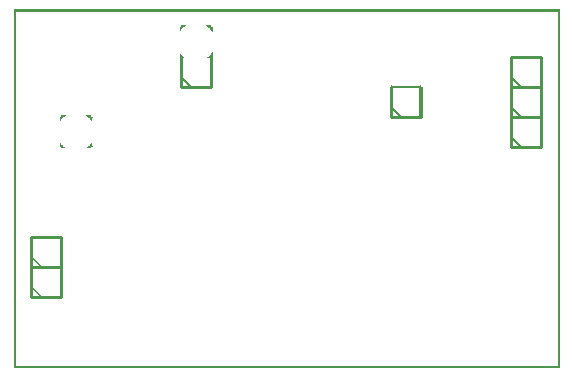
<source format=gbo>
G04 MADE WITH FRITZING*
G04 WWW.FRITZING.ORG*
G04 SINGLE SIDED*
G04 HOLES NOT PLATED*
G04 CONTOUR ON CENTER OF CONTOUR VECTOR*
%ASAXBY*%
%FSLAX23Y23*%
%MOIN*%
%OFA0B0*%
%SFA1.0B1.0*%
%ADD10C,0.010000*%
%ADD11C,0.005000*%
%ADD12R,0.001000X0.001000*%
%LNSILK0*%
G90*
G70*
G54D10*
X1658Y937D02*
X1658Y1037D01*
D02*
X1658Y1037D02*
X1758Y1037D01*
D02*
X1758Y1037D02*
X1758Y937D01*
D02*
X1758Y937D02*
X1658Y937D01*
G54D11*
D02*
X1658Y972D02*
X1693Y937D01*
G54D10*
D02*
X1658Y737D02*
X1658Y837D01*
D02*
X1658Y837D02*
X1758Y837D01*
D02*
X1758Y837D02*
X1758Y737D01*
D02*
X1758Y737D02*
X1658Y737D01*
G54D11*
D02*
X1658Y772D02*
X1693Y737D01*
G54D10*
D02*
X58Y337D02*
X58Y437D01*
D02*
X58Y437D02*
X158Y437D01*
D02*
X158Y437D02*
X158Y337D01*
D02*
X158Y337D02*
X58Y337D01*
D02*
X58Y237D02*
X58Y337D01*
D02*
X58Y337D02*
X158Y337D01*
D02*
X158Y337D02*
X158Y237D01*
D02*
X158Y237D02*
X58Y237D01*
D02*
X1658Y837D02*
X1658Y937D01*
D02*
X1658Y937D02*
X1758Y937D01*
D02*
X1758Y937D02*
X1758Y837D01*
D02*
X1758Y837D02*
X1658Y837D01*
G54D11*
D02*
X1658Y872D02*
X1693Y837D01*
G54D10*
D02*
X658Y937D02*
X558Y937D01*
G54D11*
D02*
X558Y972D02*
X593Y937D01*
G54D10*
D02*
X1358Y837D02*
X1258Y837D01*
G54D11*
D02*
X1258Y872D02*
X1293Y837D01*
G54D12*
X1Y1196D02*
X1821Y1196D01*
X1Y1195D02*
X1821Y1195D01*
X1Y1194D02*
X1821Y1194D01*
X1Y1193D02*
X1821Y1193D01*
X1Y1192D02*
X1821Y1192D01*
X1Y1191D02*
X1821Y1191D01*
X1Y1190D02*
X1821Y1190D01*
X1Y1189D02*
X1821Y1189D01*
X1Y1188D02*
X8Y1188D01*
X1814Y1188D02*
X1821Y1188D01*
X1Y1187D02*
X8Y1187D01*
X1814Y1187D02*
X1821Y1187D01*
X1Y1186D02*
X8Y1186D01*
X1814Y1186D02*
X1821Y1186D01*
X1Y1185D02*
X8Y1185D01*
X1814Y1185D02*
X1821Y1185D01*
X1Y1184D02*
X8Y1184D01*
X1814Y1184D02*
X1821Y1184D01*
X1Y1183D02*
X8Y1183D01*
X1814Y1183D02*
X1821Y1183D01*
X1Y1182D02*
X8Y1182D01*
X1814Y1182D02*
X1821Y1182D01*
X1Y1181D02*
X8Y1181D01*
X1814Y1181D02*
X1821Y1181D01*
X1Y1180D02*
X8Y1180D01*
X1814Y1180D02*
X1821Y1180D01*
X1Y1179D02*
X8Y1179D01*
X1814Y1179D02*
X1821Y1179D01*
X1Y1178D02*
X8Y1178D01*
X1814Y1178D02*
X1821Y1178D01*
X1Y1177D02*
X8Y1177D01*
X1814Y1177D02*
X1821Y1177D01*
X1Y1176D02*
X8Y1176D01*
X1814Y1176D02*
X1821Y1176D01*
X1Y1175D02*
X8Y1175D01*
X1814Y1175D02*
X1821Y1175D01*
X1Y1174D02*
X8Y1174D01*
X1814Y1174D02*
X1821Y1174D01*
X1Y1173D02*
X8Y1173D01*
X1814Y1173D02*
X1821Y1173D01*
X1Y1172D02*
X8Y1172D01*
X1814Y1172D02*
X1821Y1172D01*
X1Y1171D02*
X8Y1171D01*
X1814Y1171D02*
X1821Y1171D01*
X1Y1170D02*
X8Y1170D01*
X1814Y1170D02*
X1821Y1170D01*
X1Y1169D02*
X8Y1169D01*
X1814Y1169D02*
X1821Y1169D01*
X1Y1168D02*
X8Y1168D01*
X1814Y1168D02*
X1821Y1168D01*
X1Y1167D02*
X8Y1167D01*
X1814Y1167D02*
X1821Y1167D01*
X1Y1166D02*
X8Y1166D01*
X1814Y1166D02*
X1821Y1166D01*
X1Y1165D02*
X8Y1165D01*
X1814Y1165D02*
X1821Y1165D01*
X1Y1164D02*
X8Y1164D01*
X1814Y1164D02*
X1821Y1164D01*
X1Y1163D02*
X8Y1163D01*
X1814Y1163D02*
X1821Y1163D01*
X1Y1162D02*
X8Y1162D01*
X1814Y1162D02*
X1821Y1162D01*
X1Y1161D02*
X8Y1161D01*
X1814Y1161D02*
X1821Y1161D01*
X1Y1160D02*
X8Y1160D01*
X1814Y1160D02*
X1821Y1160D01*
X1Y1159D02*
X8Y1159D01*
X1814Y1159D02*
X1821Y1159D01*
X1Y1158D02*
X8Y1158D01*
X1814Y1158D02*
X1821Y1158D01*
X1Y1157D02*
X8Y1157D01*
X1814Y1157D02*
X1821Y1157D01*
X1Y1156D02*
X8Y1156D01*
X1814Y1156D02*
X1821Y1156D01*
X1Y1155D02*
X8Y1155D01*
X1814Y1155D02*
X1821Y1155D01*
X1Y1154D02*
X8Y1154D01*
X1814Y1154D02*
X1821Y1154D01*
X1Y1153D02*
X8Y1153D01*
X1814Y1153D02*
X1821Y1153D01*
X1Y1152D02*
X8Y1152D01*
X1814Y1152D02*
X1821Y1152D01*
X1Y1151D02*
X8Y1151D01*
X1814Y1151D02*
X1821Y1151D01*
X1Y1150D02*
X8Y1150D01*
X1814Y1150D02*
X1821Y1150D01*
X1Y1149D02*
X8Y1149D01*
X1814Y1149D02*
X1821Y1149D01*
X1Y1148D02*
X8Y1148D01*
X1814Y1148D02*
X1821Y1148D01*
X1Y1147D02*
X8Y1147D01*
X1814Y1147D02*
X1821Y1147D01*
X1Y1146D02*
X8Y1146D01*
X1814Y1146D02*
X1821Y1146D01*
X1Y1145D02*
X8Y1145D01*
X1814Y1145D02*
X1821Y1145D01*
X1Y1144D02*
X8Y1144D01*
X1814Y1144D02*
X1821Y1144D01*
X1Y1143D02*
X8Y1143D01*
X1814Y1143D02*
X1821Y1143D01*
X1Y1142D02*
X8Y1142D01*
X559Y1142D02*
X575Y1142D01*
X641Y1142D02*
X657Y1142D01*
X1814Y1142D02*
X1821Y1142D01*
X1Y1141D02*
X8Y1141D01*
X559Y1141D02*
X573Y1141D01*
X643Y1141D02*
X658Y1141D01*
X1814Y1141D02*
X1821Y1141D01*
X1Y1140D02*
X8Y1140D01*
X559Y1140D02*
X572Y1140D01*
X645Y1140D02*
X658Y1140D01*
X1814Y1140D02*
X1821Y1140D01*
X1Y1139D02*
X8Y1139D01*
X559Y1139D02*
X570Y1139D01*
X646Y1139D02*
X658Y1139D01*
X1814Y1139D02*
X1821Y1139D01*
X1Y1138D02*
X8Y1138D01*
X559Y1138D02*
X569Y1138D01*
X647Y1138D02*
X658Y1138D01*
X1814Y1138D02*
X1821Y1138D01*
X1Y1137D02*
X8Y1137D01*
X554Y1137D02*
X568Y1137D01*
X649Y1137D02*
X662Y1137D01*
X1814Y1137D02*
X1821Y1137D01*
X1Y1136D02*
X8Y1136D01*
X554Y1136D02*
X566Y1136D01*
X650Y1136D02*
X663Y1136D01*
X1814Y1136D02*
X1821Y1136D01*
X1Y1135D02*
X8Y1135D01*
X554Y1135D02*
X565Y1135D01*
X651Y1135D02*
X663Y1135D01*
X1814Y1135D02*
X1821Y1135D01*
X1Y1134D02*
X8Y1134D01*
X554Y1134D02*
X564Y1134D01*
X652Y1134D02*
X663Y1134D01*
X1814Y1134D02*
X1821Y1134D01*
X1Y1133D02*
X8Y1133D01*
X554Y1133D02*
X563Y1133D01*
X653Y1133D02*
X663Y1133D01*
X1814Y1133D02*
X1821Y1133D01*
X1Y1132D02*
X8Y1132D01*
X554Y1132D02*
X562Y1132D01*
X654Y1132D02*
X663Y1132D01*
X1814Y1132D02*
X1821Y1132D01*
X1Y1131D02*
X8Y1131D01*
X554Y1131D02*
X561Y1131D01*
X655Y1131D02*
X663Y1131D01*
X1814Y1131D02*
X1821Y1131D01*
X1Y1130D02*
X8Y1130D01*
X554Y1130D02*
X560Y1130D01*
X656Y1130D02*
X663Y1130D01*
X1814Y1130D02*
X1821Y1130D01*
X1Y1129D02*
X8Y1129D01*
X554Y1129D02*
X559Y1129D01*
X657Y1129D02*
X663Y1129D01*
X1814Y1129D02*
X1821Y1129D01*
X1Y1128D02*
X8Y1128D01*
X554Y1128D02*
X558Y1128D01*
X658Y1128D02*
X663Y1128D01*
X1814Y1128D02*
X1821Y1128D01*
X1Y1127D02*
X8Y1127D01*
X554Y1127D02*
X558Y1127D01*
X659Y1127D02*
X663Y1127D01*
X1814Y1127D02*
X1821Y1127D01*
X1Y1126D02*
X8Y1126D01*
X554Y1126D02*
X557Y1126D01*
X659Y1126D02*
X663Y1126D01*
X1814Y1126D02*
X1821Y1126D01*
X1Y1125D02*
X8Y1125D01*
X554Y1125D02*
X556Y1125D01*
X660Y1125D02*
X663Y1125D01*
X1814Y1125D02*
X1821Y1125D01*
X1Y1124D02*
X8Y1124D01*
X554Y1124D02*
X555Y1124D01*
X661Y1124D02*
X663Y1124D01*
X1814Y1124D02*
X1821Y1124D01*
X1Y1123D02*
X8Y1123D01*
X554Y1123D02*
X555Y1123D01*
X662Y1123D02*
X663Y1123D01*
X1814Y1123D02*
X1821Y1123D01*
X1Y1122D02*
X8Y1122D01*
X554Y1122D02*
X554Y1122D01*
X662Y1122D02*
X663Y1122D01*
X1814Y1122D02*
X1821Y1122D01*
X1Y1121D02*
X8Y1121D01*
X663Y1121D02*
X663Y1121D01*
X1814Y1121D02*
X1821Y1121D01*
X1Y1120D02*
X8Y1120D01*
X663Y1120D02*
X663Y1120D01*
X1814Y1120D02*
X1821Y1120D01*
X1Y1119D02*
X8Y1119D01*
X1814Y1119D02*
X1821Y1119D01*
X1Y1118D02*
X8Y1118D01*
X1814Y1118D02*
X1821Y1118D01*
X1Y1117D02*
X8Y1117D01*
X1814Y1117D02*
X1821Y1117D01*
X1Y1116D02*
X8Y1116D01*
X1814Y1116D02*
X1821Y1116D01*
X1Y1115D02*
X8Y1115D01*
X1814Y1115D02*
X1821Y1115D01*
X1Y1114D02*
X8Y1114D01*
X1814Y1114D02*
X1821Y1114D01*
X1Y1113D02*
X8Y1113D01*
X1814Y1113D02*
X1821Y1113D01*
X1Y1112D02*
X8Y1112D01*
X1814Y1112D02*
X1821Y1112D01*
X1Y1111D02*
X8Y1111D01*
X1814Y1111D02*
X1821Y1111D01*
X1Y1110D02*
X8Y1110D01*
X1814Y1110D02*
X1821Y1110D01*
X1Y1109D02*
X8Y1109D01*
X1814Y1109D02*
X1821Y1109D01*
X1Y1108D02*
X8Y1108D01*
X1814Y1108D02*
X1821Y1108D01*
X1Y1107D02*
X8Y1107D01*
X1814Y1107D02*
X1821Y1107D01*
X1Y1106D02*
X8Y1106D01*
X1814Y1106D02*
X1821Y1106D01*
X1Y1105D02*
X8Y1105D01*
X1814Y1105D02*
X1821Y1105D01*
X1Y1104D02*
X8Y1104D01*
X1814Y1104D02*
X1821Y1104D01*
X1Y1103D02*
X8Y1103D01*
X1814Y1103D02*
X1821Y1103D01*
X1Y1102D02*
X8Y1102D01*
X1814Y1102D02*
X1821Y1102D01*
X1Y1101D02*
X8Y1101D01*
X1814Y1101D02*
X1821Y1101D01*
X1Y1100D02*
X8Y1100D01*
X1814Y1100D02*
X1821Y1100D01*
X1Y1099D02*
X8Y1099D01*
X1814Y1099D02*
X1821Y1099D01*
X1Y1098D02*
X8Y1098D01*
X1814Y1098D02*
X1821Y1098D01*
X1Y1097D02*
X8Y1097D01*
X1814Y1097D02*
X1821Y1097D01*
X1Y1096D02*
X8Y1096D01*
X1814Y1096D02*
X1821Y1096D01*
X1Y1095D02*
X8Y1095D01*
X1814Y1095D02*
X1821Y1095D01*
X1Y1094D02*
X8Y1094D01*
X1814Y1094D02*
X1821Y1094D01*
X1Y1093D02*
X8Y1093D01*
X1814Y1093D02*
X1821Y1093D01*
X1Y1092D02*
X8Y1092D01*
X1814Y1092D02*
X1821Y1092D01*
X1Y1091D02*
X8Y1091D01*
X1814Y1091D02*
X1821Y1091D01*
X1Y1090D02*
X8Y1090D01*
X1814Y1090D02*
X1821Y1090D01*
X1Y1089D02*
X8Y1089D01*
X1814Y1089D02*
X1821Y1089D01*
X1Y1088D02*
X8Y1088D01*
X1814Y1088D02*
X1821Y1088D01*
X1Y1087D02*
X8Y1087D01*
X1814Y1087D02*
X1821Y1087D01*
X1Y1086D02*
X8Y1086D01*
X1814Y1086D02*
X1821Y1086D01*
X1Y1085D02*
X8Y1085D01*
X1814Y1085D02*
X1821Y1085D01*
X1Y1084D02*
X8Y1084D01*
X1814Y1084D02*
X1821Y1084D01*
X1Y1083D02*
X8Y1083D01*
X1814Y1083D02*
X1821Y1083D01*
X1Y1082D02*
X8Y1082D01*
X1814Y1082D02*
X1821Y1082D01*
X1Y1081D02*
X8Y1081D01*
X1814Y1081D02*
X1821Y1081D01*
X1Y1080D02*
X8Y1080D01*
X1814Y1080D02*
X1821Y1080D01*
X1Y1079D02*
X8Y1079D01*
X1814Y1079D02*
X1821Y1079D01*
X1Y1078D02*
X8Y1078D01*
X1814Y1078D02*
X1821Y1078D01*
X1Y1077D02*
X8Y1077D01*
X1814Y1077D02*
X1821Y1077D01*
X1Y1076D02*
X8Y1076D01*
X1814Y1076D02*
X1821Y1076D01*
X1Y1075D02*
X8Y1075D01*
X1814Y1075D02*
X1821Y1075D01*
X1Y1074D02*
X8Y1074D01*
X1814Y1074D02*
X1821Y1074D01*
X1Y1073D02*
X8Y1073D01*
X1814Y1073D02*
X1821Y1073D01*
X1Y1072D02*
X8Y1072D01*
X1814Y1072D02*
X1821Y1072D01*
X1Y1071D02*
X8Y1071D01*
X1814Y1071D02*
X1821Y1071D01*
X1Y1070D02*
X8Y1070D01*
X1814Y1070D02*
X1821Y1070D01*
X1Y1069D02*
X8Y1069D01*
X1814Y1069D02*
X1821Y1069D01*
X1Y1068D02*
X8Y1068D01*
X1814Y1068D02*
X1821Y1068D01*
X1Y1067D02*
X8Y1067D01*
X1814Y1067D02*
X1821Y1067D01*
X1Y1066D02*
X8Y1066D01*
X1814Y1066D02*
X1821Y1066D01*
X1Y1065D02*
X8Y1065D01*
X1814Y1065D02*
X1821Y1065D01*
X1Y1064D02*
X8Y1064D01*
X1814Y1064D02*
X1821Y1064D01*
X1Y1063D02*
X8Y1063D01*
X1814Y1063D02*
X1821Y1063D01*
X1Y1062D02*
X8Y1062D01*
X1814Y1062D02*
X1821Y1062D01*
X1Y1061D02*
X8Y1061D01*
X1814Y1061D02*
X1821Y1061D01*
X1Y1060D02*
X8Y1060D01*
X1814Y1060D02*
X1821Y1060D01*
X1Y1059D02*
X8Y1059D01*
X1814Y1059D02*
X1821Y1059D01*
X1Y1058D02*
X8Y1058D01*
X1814Y1058D02*
X1821Y1058D01*
X1Y1057D02*
X8Y1057D01*
X1814Y1057D02*
X1821Y1057D01*
X1Y1056D02*
X8Y1056D01*
X1814Y1056D02*
X1821Y1056D01*
X1Y1055D02*
X8Y1055D01*
X1814Y1055D02*
X1821Y1055D01*
X1Y1054D02*
X8Y1054D01*
X663Y1054D02*
X663Y1054D01*
X1814Y1054D02*
X1821Y1054D01*
X1Y1053D02*
X8Y1053D01*
X554Y1053D02*
X554Y1053D01*
X663Y1053D02*
X663Y1053D01*
X1814Y1053D02*
X1821Y1053D01*
X1Y1052D02*
X8Y1052D01*
X554Y1052D02*
X554Y1052D01*
X662Y1052D02*
X663Y1052D01*
X1814Y1052D02*
X1821Y1052D01*
X1Y1051D02*
X8Y1051D01*
X554Y1051D02*
X555Y1051D01*
X661Y1051D02*
X663Y1051D01*
X1814Y1051D02*
X1821Y1051D01*
X1Y1050D02*
X8Y1050D01*
X554Y1050D02*
X556Y1050D01*
X661Y1050D02*
X663Y1050D01*
X1814Y1050D02*
X1821Y1050D01*
X1Y1049D02*
X8Y1049D01*
X554Y1049D02*
X556Y1049D01*
X660Y1049D02*
X663Y1049D01*
X1814Y1049D02*
X1821Y1049D01*
X1Y1048D02*
X8Y1048D01*
X554Y1048D02*
X557Y1048D01*
X659Y1048D02*
X663Y1048D01*
X1814Y1048D02*
X1821Y1048D01*
X1Y1047D02*
X8Y1047D01*
X554Y1047D02*
X558Y1047D01*
X658Y1047D02*
X663Y1047D01*
X1814Y1047D02*
X1821Y1047D01*
X1Y1046D02*
X8Y1046D01*
X554Y1046D02*
X559Y1046D01*
X658Y1046D02*
X663Y1046D01*
X1814Y1046D02*
X1821Y1046D01*
X1Y1045D02*
X8Y1045D01*
X554Y1045D02*
X560Y1045D01*
X657Y1045D02*
X663Y1045D01*
X1814Y1045D02*
X1821Y1045D01*
X1Y1044D02*
X8Y1044D01*
X554Y1044D02*
X560Y1044D01*
X656Y1044D02*
X663Y1044D01*
X1814Y1044D02*
X1821Y1044D01*
X1Y1043D02*
X8Y1043D01*
X554Y1043D02*
X561Y1043D01*
X655Y1043D02*
X663Y1043D01*
X1814Y1043D02*
X1821Y1043D01*
X1Y1042D02*
X8Y1042D01*
X554Y1042D02*
X562Y1042D01*
X654Y1042D02*
X663Y1042D01*
X1814Y1042D02*
X1821Y1042D01*
X1Y1041D02*
X8Y1041D01*
X554Y1041D02*
X563Y1041D01*
X653Y1041D02*
X663Y1041D01*
X1814Y1041D02*
X1821Y1041D01*
X1Y1040D02*
X8Y1040D01*
X554Y1040D02*
X564Y1040D01*
X652Y1040D02*
X663Y1040D01*
X1814Y1040D02*
X1821Y1040D01*
X1Y1039D02*
X8Y1039D01*
X554Y1039D02*
X566Y1039D01*
X651Y1039D02*
X663Y1039D01*
X1814Y1039D02*
X1821Y1039D01*
X1Y1038D02*
X8Y1038D01*
X554Y1038D02*
X567Y1038D01*
X650Y1038D02*
X663Y1038D01*
X1814Y1038D02*
X1821Y1038D01*
X1Y1037D02*
X8Y1037D01*
X554Y1037D02*
X568Y1037D01*
X648Y1037D02*
X662Y1037D01*
X1814Y1037D02*
X1821Y1037D01*
X1Y1036D02*
X8Y1036D01*
X554Y1036D02*
X569Y1036D01*
X647Y1036D02*
X663Y1036D01*
X1814Y1036D02*
X1821Y1036D01*
X1Y1035D02*
X8Y1035D01*
X554Y1035D02*
X571Y1035D01*
X645Y1035D02*
X663Y1035D01*
X1814Y1035D02*
X1821Y1035D01*
X1Y1034D02*
X8Y1034D01*
X554Y1034D02*
X572Y1034D01*
X644Y1034D02*
X663Y1034D01*
X1814Y1034D02*
X1821Y1034D01*
X1Y1033D02*
X8Y1033D01*
X554Y1033D02*
X574Y1033D01*
X642Y1033D02*
X663Y1033D01*
X1814Y1033D02*
X1821Y1033D01*
X1Y1032D02*
X8Y1032D01*
X554Y1032D02*
X563Y1032D01*
X654Y1032D02*
X663Y1032D01*
X1814Y1032D02*
X1821Y1032D01*
X1Y1031D02*
X8Y1031D01*
X554Y1031D02*
X563Y1031D01*
X654Y1031D02*
X663Y1031D01*
X1814Y1031D02*
X1821Y1031D01*
X1Y1030D02*
X8Y1030D01*
X554Y1030D02*
X563Y1030D01*
X654Y1030D02*
X663Y1030D01*
X1814Y1030D02*
X1821Y1030D01*
X1Y1029D02*
X8Y1029D01*
X554Y1029D02*
X563Y1029D01*
X654Y1029D02*
X663Y1029D01*
X1814Y1029D02*
X1821Y1029D01*
X1Y1028D02*
X8Y1028D01*
X554Y1028D02*
X563Y1028D01*
X654Y1028D02*
X663Y1028D01*
X1814Y1028D02*
X1821Y1028D01*
X1Y1027D02*
X8Y1027D01*
X554Y1027D02*
X563Y1027D01*
X654Y1027D02*
X663Y1027D01*
X1814Y1027D02*
X1821Y1027D01*
X1Y1026D02*
X8Y1026D01*
X554Y1026D02*
X563Y1026D01*
X654Y1026D02*
X663Y1026D01*
X1814Y1026D02*
X1821Y1026D01*
X1Y1025D02*
X8Y1025D01*
X554Y1025D02*
X563Y1025D01*
X654Y1025D02*
X663Y1025D01*
X1814Y1025D02*
X1821Y1025D01*
X1Y1024D02*
X8Y1024D01*
X554Y1024D02*
X563Y1024D01*
X654Y1024D02*
X663Y1024D01*
X1814Y1024D02*
X1821Y1024D01*
X1Y1023D02*
X8Y1023D01*
X554Y1023D02*
X563Y1023D01*
X654Y1023D02*
X663Y1023D01*
X1814Y1023D02*
X1821Y1023D01*
X1Y1022D02*
X8Y1022D01*
X554Y1022D02*
X563Y1022D01*
X654Y1022D02*
X663Y1022D01*
X1814Y1022D02*
X1821Y1022D01*
X1Y1021D02*
X8Y1021D01*
X554Y1021D02*
X563Y1021D01*
X654Y1021D02*
X663Y1021D01*
X1814Y1021D02*
X1821Y1021D01*
X1Y1020D02*
X8Y1020D01*
X554Y1020D02*
X563Y1020D01*
X654Y1020D02*
X663Y1020D01*
X1814Y1020D02*
X1821Y1020D01*
X1Y1019D02*
X8Y1019D01*
X554Y1019D02*
X563Y1019D01*
X654Y1019D02*
X663Y1019D01*
X1814Y1019D02*
X1821Y1019D01*
X1Y1018D02*
X8Y1018D01*
X554Y1018D02*
X563Y1018D01*
X654Y1018D02*
X663Y1018D01*
X1814Y1018D02*
X1821Y1018D01*
X1Y1017D02*
X8Y1017D01*
X554Y1017D02*
X563Y1017D01*
X654Y1017D02*
X663Y1017D01*
X1814Y1017D02*
X1821Y1017D01*
X1Y1016D02*
X8Y1016D01*
X554Y1016D02*
X563Y1016D01*
X654Y1016D02*
X663Y1016D01*
X1814Y1016D02*
X1821Y1016D01*
X1Y1015D02*
X8Y1015D01*
X554Y1015D02*
X563Y1015D01*
X654Y1015D02*
X663Y1015D01*
X1814Y1015D02*
X1821Y1015D01*
X1Y1014D02*
X8Y1014D01*
X554Y1014D02*
X563Y1014D01*
X654Y1014D02*
X663Y1014D01*
X1814Y1014D02*
X1821Y1014D01*
X1Y1013D02*
X8Y1013D01*
X554Y1013D02*
X563Y1013D01*
X654Y1013D02*
X663Y1013D01*
X1814Y1013D02*
X1821Y1013D01*
X1Y1012D02*
X8Y1012D01*
X554Y1012D02*
X563Y1012D01*
X654Y1012D02*
X663Y1012D01*
X1814Y1012D02*
X1821Y1012D01*
X1Y1011D02*
X8Y1011D01*
X554Y1011D02*
X563Y1011D01*
X654Y1011D02*
X663Y1011D01*
X1814Y1011D02*
X1821Y1011D01*
X1Y1010D02*
X8Y1010D01*
X554Y1010D02*
X563Y1010D01*
X654Y1010D02*
X663Y1010D01*
X1814Y1010D02*
X1821Y1010D01*
X1Y1009D02*
X8Y1009D01*
X554Y1009D02*
X563Y1009D01*
X654Y1009D02*
X663Y1009D01*
X1814Y1009D02*
X1821Y1009D01*
X1Y1008D02*
X8Y1008D01*
X554Y1008D02*
X563Y1008D01*
X654Y1008D02*
X663Y1008D01*
X1814Y1008D02*
X1821Y1008D01*
X1Y1007D02*
X8Y1007D01*
X554Y1007D02*
X563Y1007D01*
X654Y1007D02*
X663Y1007D01*
X1814Y1007D02*
X1821Y1007D01*
X1Y1006D02*
X8Y1006D01*
X554Y1006D02*
X563Y1006D01*
X654Y1006D02*
X663Y1006D01*
X1814Y1006D02*
X1821Y1006D01*
X1Y1005D02*
X8Y1005D01*
X554Y1005D02*
X563Y1005D01*
X654Y1005D02*
X663Y1005D01*
X1814Y1005D02*
X1821Y1005D01*
X1Y1004D02*
X8Y1004D01*
X554Y1004D02*
X563Y1004D01*
X654Y1004D02*
X663Y1004D01*
X1814Y1004D02*
X1821Y1004D01*
X1Y1003D02*
X8Y1003D01*
X554Y1003D02*
X563Y1003D01*
X654Y1003D02*
X663Y1003D01*
X1814Y1003D02*
X1821Y1003D01*
X1Y1002D02*
X8Y1002D01*
X554Y1002D02*
X563Y1002D01*
X654Y1002D02*
X663Y1002D01*
X1814Y1002D02*
X1821Y1002D01*
X1Y1001D02*
X8Y1001D01*
X554Y1001D02*
X563Y1001D01*
X654Y1001D02*
X663Y1001D01*
X1814Y1001D02*
X1821Y1001D01*
X1Y1000D02*
X8Y1000D01*
X554Y1000D02*
X563Y1000D01*
X654Y1000D02*
X663Y1000D01*
X1814Y1000D02*
X1821Y1000D01*
X1Y999D02*
X8Y999D01*
X554Y999D02*
X563Y999D01*
X654Y999D02*
X663Y999D01*
X1814Y999D02*
X1821Y999D01*
X1Y998D02*
X8Y998D01*
X554Y998D02*
X563Y998D01*
X654Y998D02*
X663Y998D01*
X1814Y998D02*
X1821Y998D01*
X1Y997D02*
X8Y997D01*
X554Y997D02*
X563Y997D01*
X654Y997D02*
X663Y997D01*
X1814Y997D02*
X1821Y997D01*
X1Y996D02*
X8Y996D01*
X554Y996D02*
X563Y996D01*
X654Y996D02*
X663Y996D01*
X1814Y996D02*
X1821Y996D01*
X1Y995D02*
X8Y995D01*
X554Y995D02*
X563Y995D01*
X654Y995D02*
X663Y995D01*
X1814Y995D02*
X1821Y995D01*
X1Y994D02*
X8Y994D01*
X554Y994D02*
X563Y994D01*
X654Y994D02*
X663Y994D01*
X1814Y994D02*
X1821Y994D01*
X1Y993D02*
X8Y993D01*
X554Y993D02*
X563Y993D01*
X654Y993D02*
X663Y993D01*
X1814Y993D02*
X1821Y993D01*
X1Y992D02*
X8Y992D01*
X554Y992D02*
X563Y992D01*
X654Y992D02*
X663Y992D01*
X1814Y992D02*
X1821Y992D01*
X1Y991D02*
X8Y991D01*
X554Y991D02*
X563Y991D01*
X654Y991D02*
X663Y991D01*
X1814Y991D02*
X1821Y991D01*
X1Y990D02*
X8Y990D01*
X554Y990D02*
X563Y990D01*
X654Y990D02*
X663Y990D01*
X1814Y990D02*
X1821Y990D01*
X1Y989D02*
X8Y989D01*
X554Y989D02*
X563Y989D01*
X654Y989D02*
X663Y989D01*
X1814Y989D02*
X1821Y989D01*
X1Y988D02*
X8Y988D01*
X554Y988D02*
X563Y988D01*
X654Y988D02*
X663Y988D01*
X1814Y988D02*
X1821Y988D01*
X1Y987D02*
X8Y987D01*
X554Y987D02*
X563Y987D01*
X654Y987D02*
X663Y987D01*
X1814Y987D02*
X1821Y987D01*
X1Y986D02*
X8Y986D01*
X554Y986D02*
X563Y986D01*
X654Y986D02*
X663Y986D01*
X1814Y986D02*
X1821Y986D01*
X1Y985D02*
X8Y985D01*
X554Y985D02*
X563Y985D01*
X654Y985D02*
X663Y985D01*
X1814Y985D02*
X1821Y985D01*
X1Y984D02*
X8Y984D01*
X554Y984D02*
X563Y984D01*
X654Y984D02*
X663Y984D01*
X1814Y984D02*
X1821Y984D01*
X1Y983D02*
X8Y983D01*
X554Y983D02*
X563Y983D01*
X654Y983D02*
X663Y983D01*
X1814Y983D02*
X1821Y983D01*
X1Y982D02*
X8Y982D01*
X554Y982D02*
X563Y982D01*
X654Y982D02*
X663Y982D01*
X1814Y982D02*
X1821Y982D01*
X1Y981D02*
X8Y981D01*
X554Y981D02*
X563Y981D01*
X654Y981D02*
X663Y981D01*
X1814Y981D02*
X1821Y981D01*
X1Y980D02*
X8Y980D01*
X554Y980D02*
X563Y980D01*
X654Y980D02*
X663Y980D01*
X1814Y980D02*
X1821Y980D01*
X1Y979D02*
X8Y979D01*
X554Y979D02*
X563Y979D01*
X654Y979D02*
X663Y979D01*
X1814Y979D02*
X1821Y979D01*
X1Y978D02*
X8Y978D01*
X554Y978D02*
X563Y978D01*
X654Y978D02*
X663Y978D01*
X1814Y978D02*
X1821Y978D01*
X1Y977D02*
X8Y977D01*
X554Y977D02*
X563Y977D01*
X654Y977D02*
X663Y977D01*
X1814Y977D02*
X1821Y977D01*
X1Y976D02*
X8Y976D01*
X554Y976D02*
X563Y976D01*
X654Y976D02*
X663Y976D01*
X1814Y976D02*
X1821Y976D01*
X1Y975D02*
X8Y975D01*
X554Y975D02*
X563Y975D01*
X654Y975D02*
X663Y975D01*
X1814Y975D02*
X1821Y975D01*
X1Y974D02*
X8Y974D01*
X554Y974D02*
X563Y974D01*
X654Y974D02*
X663Y974D01*
X1814Y974D02*
X1821Y974D01*
X1Y973D02*
X8Y973D01*
X554Y973D02*
X563Y973D01*
X654Y973D02*
X663Y973D01*
X1814Y973D02*
X1821Y973D01*
X1Y972D02*
X8Y972D01*
X554Y972D02*
X563Y972D01*
X654Y972D02*
X663Y972D01*
X1814Y972D02*
X1821Y972D01*
X1Y971D02*
X8Y971D01*
X554Y971D02*
X563Y971D01*
X654Y971D02*
X663Y971D01*
X1814Y971D02*
X1821Y971D01*
X1Y970D02*
X8Y970D01*
X554Y970D02*
X563Y970D01*
X654Y970D02*
X663Y970D01*
X1814Y970D02*
X1821Y970D01*
X1Y969D02*
X8Y969D01*
X554Y969D02*
X563Y969D01*
X654Y969D02*
X663Y969D01*
X1814Y969D02*
X1821Y969D01*
X1Y968D02*
X8Y968D01*
X554Y968D02*
X563Y968D01*
X654Y968D02*
X663Y968D01*
X1814Y968D02*
X1821Y968D01*
X1Y967D02*
X8Y967D01*
X554Y967D02*
X563Y967D01*
X654Y967D02*
X663Y967D01*
X1814Y967D02*
X1821Y967D01*
X1Y966D02*
X8Y966D01*
X554Y966D02*
X563Y966D01*
X654Y966D02*
X663Y966D01*
X1814Y966D02*
X1821Y966D01*
X1Y965D02*
X8Y965D01*
X554Y965D02*
X563Y965D01*
X654Y965D02*
X663Y965D01*
X1814Y965D02*
X1821Y965D01*
X1Y964D02*
X8Y964D01*
X554Y964D02*
X563Y964D01*
X654Y964D02*
X663Y964D01*
X1814Y964D02*
X1821Y964D01*
X1Y963D02*
X8Y963D01*
X554Y963D02*
X563Y963D01*
X654Y963D02*
X663Y963D01*
X1814Y963D02*
X1821Y963D01*
X1Y962D02*
X8Y962D01*
X554Y962D02*
X563Y962D01*
X654Y962D02*
X663Y962D01*
X1814Y962D02*
X1821Y962D01*
X1Y961D02*
X8Y961D01*
X554Y961D02*
X563Y961D01*
X654Y961D02*
X663Y961D01*
X1814Y961D02*
X1821Y961D01*
X1Y960D02*
X8Y960D01*
X554Y960D02*
X563Y960D01*
X654Y960D02*
X663Y960D01*
X1814Y960D02*
X1821Y960D01*
X1Y959D02*
X8Y959D01*
X554Y959D02*
X563Y959D01*
X654Y959D02*
X663Y959D01*
X1814Y959D02*
X1821Y959D01*
X1Y958D02*
X8Y958D01*
X554Y958D02*
X563Y958D01*
X654Y958D02*
X663Y958D01*
X1814Y958D02*
X1821Y958D01*
X1Y957D02*
X8Y957D01*
X554Y957D02*
X563Y957D01*
X654Y957D02*
X663Y957D01*
X1814Y957D02*
X1821Y957D01*
X1Y956D02*
X8Y956D01*
X554Y956D02*
X563Y956D01*
X654Y956D02*
X663Y956D01*
X1814Y956D02*
X1821Y956D01*
X1Y955D02*
X8Y955D01*
X554Y955D02*
X563Y955D01*
X654Y955D02*
X663Y955D01*
X1814Y955D02*
X1821Y955D01*
X1Y954D02*
X8Y954D01*
X554Y954D02*
X563Y954D01*
X654Y954D02*
X663Y954D01*
X1814Y954D02*
X1821Y954D01*
X1Y953D02*
X8Y953D01*
X554Y953D02*
X563Y953D01*
X654Y953D02*
X663Y953D01*
X1814Y953D02*
X1821Y953D01*
X1Y952D02*
X8Y952D01*
X554Y952D02*
X563Y952D01*
X654Y952D02*
X663Y952D01*
X1814Y952D02*
X1821Y952D01*
X1Y951D02*
X8Y951D01*
X554Y951D02*
X563Y951D01*
X654Y951D02*
X663Y951D01*
X1814Y951D02*
X1821Y951D01*
X1Y950D02*
X8Y950D01*
X554Y950D02*
X563Y950D01*
X654Y950D02*
X663Y950D01*
X1814Y950D02*
X1821Y950D01*
X1Y949D02*
X8Y949D01*
X554Y949D02*
X563Y949D01*
X654Y949D02*
X663Y949D01*
X1814Y949D02*
X1821Y949D01*
X1Y948D02*
X8Y948D01*
X554Y948D02*
X563Y948D01*
X654Y948D02*
X663Y948D01*
X1814Y948D02*
X1821Y948D01*
X1Y947D02*
X8Y947D01*
X554Y947D02*
X563Y947D01*
X654Y947D02*
X663Y947D01*
X1814Y947D02*
X1821Y947D01*
X1Y946D02*
X8Y946D01*
X554Y946D02*
X563Y946D01*
X654Y946D02*
X663Y946D01*
X1814Y946D02*
X1821Y946D01*
X1Y945D02*
X8Y945D01*
X554Y945D02*
X563Y945D01*
X654Y945D02*
X663Y945D01*
X1814Y945D02*
X1821Y945D01*
X1Y944D02*
X8Y944D01*
X554Y944D02*
X563Y944D01*
X654Y944D02*
X663Y944D01*
X1814Y944D02*
X1821Y944D01*
X1Y943D02*
X8Y943D01*
X554Y943D02*
X563Y943D01*
X654Y943D02*
X663Y943D01*
X1814Y943D02*
X1821Y943D01*
X1Y942D02*
X8Y942D01*
X554Y942D02*
X563Y942D01*
X654Y942D02*
X663Y942D01*
X1259Y942D02*
X1262Y942D01*
X1355Y942D02*
X1357Y942D01*
X1814Y942D02*
X1821Y942D01*
X1Y941D02*
X8Y941D01*
X554Y941D02*
X563Y941D01*
X654Y941D02*
X663Y941D01*
X1259Y941D02*
X1358Y941D01*
X1814Y941D02*
X1821Y941D01*
X1Y940D02*
X8Y940D01*
X554Y940D02*
X563Y940D01*
X654Y940D02*
X663Y940D01*
X1259Y940D02*
X1358Y940D01*
X1814Y940D02*
X1821Y940D01*
X1Y939D02*
X8Y939D01*
X554Y939D02*
X563Y939D01*
X654Y939D02*
X663Y939D01*
X1259Y939D02*
X1358Y939D01*
X1814Y939D02*
X1821Y939D01*
X1Y938D02*
X8Y938D01*
X554Y938D02*
X563Y938D01*
X654Y938D02*
X663Y938D01*
X1259Y938D02*
X1358Y938D01*
X1814Y938D02*
X1821Y938D01*
X1Y937D02*
X8Y937D01*
X1254Y937D02*
X1362Y937D01*
X1814Y937D02*
X1821Y937D01*
X1Y936D02*
X8Y936D01*
X1254Y936D02*
X1363Y936D01*
X1814Y936D02*
X1821Y936D01*
X1Y935D02*
X8Y935D01*
X1254Y935D02*
X1363Y935D01*
X1814Y935D02*
X1821Y935D01*
X1Y934D02*
X8Y934D01*
X1254Y934D02*
X1363Y934D01*
X1814Y934D02*
X1821Y934D01*
X1Y933D02*
X8Y933D01*
X1254Y933D02*
X1363Y933D01*
X1814Y933D02*
X1821Y933D01*
X1Y932D02*
X8Y932D01*
X1254Y932D02*
X1263Y932D01*
X1353Y932D02*
X1363Y932D01*
X1814Y932D02*
X1821Y932D01*
X1Y931D02*
X8Y931D01*
X1254Y931D02*
X1263Y931D01*
X1353Y931D02*
X1363Y931D01*
X1814Y931D02*
X1821Y931D01*
X1Y930D02*
X8Y930D01*
X1254Y930D02*
X1263Y930D01*
X1353Y930D02*
X1363Y930D01*
X1814Y930D02*
X1821Y930D01*
X1Y929D02*
X8Y929D01*
X1254Y929D02*
X1263Y929D01*
X1353Y929D02*
X1363Y929D01*
X1814Y929D02*
X1821Y929D01*
X1Y928D02*
X8Y928D01*
X1254Y928D02*
X1263Y928D01*
X1353Y928D02*
X1363Y928D01*
X1814Y928D02*
X1821Y928D01*
X1Y927D02*
X8Y927D01*
X1254Y927D02*
X1263Y927D01*
X1353Y927D02*
X1363Y927D01*
X1814Y927D02*
X1821Y927D01*
X1Y926D02*
X8Y926D01*
X1254Y926D02*
X1263Y926D01*
X1353Y926D02*
X1363Y926D01*
X1814Y926D02*
X1821Y926D01*
X1Y925D02*
X8Y925D01*
X1254Y925D02*
X1263Y925D01*
X1353Y925D02*
X1363Y925D01*
X1814Y925D02*
X1821Y925D01*
X1Y924D02*
X8Y924D01*
X1254Y924D02*
X1263Y924D01*
X1353Y924D02*
X1363Y924D01*
X1814Y924D02*
X1821Y924D01*
X1Y923D02*
X8Y923D01*
X1254Y923D02*
X1263Y923D01*
X1353Y923D02*
X1363Y923D01*
X1814Y923D02*
X1821Y923D01*
X1Y922D02*
X8Y922D01*
X1254Y922D02*
X1263Y922D01*
X1353Y922D02*
X1363Y922D01*
X1814Y922D02*
X1821Y922D01*
X1Y921D02*
X8Y921D01*
X1254Y921D02*
X1263Y921D01*
X1353Y921D02*
X1363Y921D01*
X1814Y921D02*
X1821Y921D01*
X1Y920D02*
X8Y920D01*
X1254Y920D02*
X1263Y920D01*
X1353Y920D02*
X1363Y920D01*
X1814Y920D02*
X1821Y920D01*
X1Y919D02*
X8Y919D01*
X1254Y919D02*
X1263Y919D01*
X1353Y919D02*
X1363Y919D01*
X1814Y919D02*
X1821Y919D01*
X1Y918D02*
X8Y918D01*
X1254Y918D02*
X1263Y918D01*
X1353Y918D02*
X1363Y918D01*
X1814Y918D02*
X1821Y918D01*
X1Y917D02*
X8Y917D01*
X1254Y917D02*
X1263Y917D01*
X1353Y917D02*
X1363Y917D01*
X1814Y917D02*
X1821Y917D01*
X1Y916D02*
X8Y916D01*
X1254Y916D02*
X1263Y916D01*
X1353Y916D02*
X1363Y916D01*
X1814Y916D02*
X1821Y916D01*
X1Y915D02*
X8Y915D01*
X1254Y915D02*
X1263Y915D01*
X1353Y915D02*
X1363Y915D01*
X1814Y915D02*
X1821Y915D01*
X1Y914D02*
X8Y914D01*
X1254Y914D02*
X1263Y914D01*
X1353Y914D02*
X1363Y914D01*
X1814Y914D02*
X1821Y914D01*
X1Y913D02*
X8Y913D01*
X1254Y913D02*
X1263Y913D01*
X1353Y913D02*
X1363Y913D01*
X1814Y913D02*
X1821Y913D01*
X1Y912D02*
X8Y912D01*
X1254Y912D02*
X1263Y912D01*
X1353Y912D02*
X1363Y912D01*
X1814Y912D02*
X1821Y912D01*
X1Y911D02*
X8Y911D01*
X1254Y911D02*
X1263Y911D01*
X1353Y911D02*
X1363Y911D01*
X1814Y911D02*
X1821Y911D01*
X1Y910D02*
X8Y910D01*
X1254Y910D02*
X1263Y910D01*
X1353Y910D02*
X1363Y910D01*
X1814Y910D02*
X1821Y910D01*
X1Y909D02*
X8Y909D01*
X1254Y909D02*
X1263Y909D01*
X1353Y909D02*
X1363Y909D01*
X1814Y909D02*
X1821Y909D01*
X1Y908D02*
X8Y908D01*
X1254Y908D02*
X1263Y908D01*
X1353Y908D02*
X1363Y908D01*
X1814Y908D02*
X1821Y908D01*
X1Y907D02*
X8Y907D01*
X1254Y907D02*
X1263Y907D01*
X1353Y907D02*
X1363Y907D01*
X1814Y907D02*
X1821Y907D01*
X1Y906D02*
X8Y906D01*
X1254Y906D02*
X1263Y906D01*
X1353Y906D02*
X1363Y906D01*
X1814Y906D02*
X1821Y906D01*
X1Y905D02*
X8Y905D01*
X1254Y905D02*
X1263Y905D01*
X1353Y905D02*
X1363Y905D01*
X1814Y905D02*
X1821Y905D01*
X1Y904D02*
X8Y904D01*
X1254Y904D02*
X1263Y904D01*
X1353Y904D02*
X1363Y904D01*
X1814Y904D02*
X1821Y904D01*
X1Y903D02*
X8Y903D01*
X1254Y903D02*
X1263Y903D01*
X1353Y903D02*
X1363Y903D01*
X1814Y903D02*
X1821Y903D01*
X1Y902D02*
X8Y902D01*
X1254Y902D02*
X1263Y902D01*
X1353Y902D02*
X1363Y902D01*
X1814Y902D02*
X1821Y902D01*
X1Y901D02*
X8Y901D01*
X1254Y901D02*
X1263Y901D01*
X1353Y901D02*
X1363Y901D01*
X1814Y901D02*
X1821Y901D01*
X1Y900D02*
X8Y900D01*
X1254Y900D02*
X1263Y900D01*
X1353Y900D02*
X1363Y900D01*
X1814Y900D02*
X1821Y900D01*
X1Y899D02*
X8Y899D01*
X1254Y899D02*
X1263Y899D01*
X1353Y899D02*
X1363Y899D01*
X1814Y899D02*
X1821Y899D01*
X1Y898D02*
X8Y898D01*
X1254Y898D02*
X1263Y898D01*
X1353Y898D02*
X1363Y898D01*
X1814Y898D02*
X1821Y898D01*
X1Y897D02*
X8Y897D01*
X1254Y897D02*
X1263Y897D01*
X1353Y897D02*
X1363Y897D01*
X1814Y897D02*
X1821Y897D01*
X1Y896D02*
X8Y896D01*
X1254Y896D02*
X1263Y896D01*
X1353Y896D02*
X1363Y896D01*
X1814Y896D02*
X1821Y896D01*
X1Y895D02*
X8Y895D01*
X1254Y895D02*
X1263Y895D01*
X1353Y895D02*
X1363Y895D01*
X1814Y895D02*
X1821Y895D01*
X1Y894D02*
X8Y894D01*
X1254Y894D02*
X1263Y894D01*
X1353Y894D02*
X1363Y894D01*
X1814Y894D02*
X1821Y894D01*
X1Y893D02*
X8Y893D01*
X1254Y893D02*
X1263Y893D01*
X1353Y893D02*
X1363Y893D01*
X1814Y893D02*
X1821Y893D01*
X1Y892D02*
X8Y892D01*
X1254Y892D02*
X1263Y892D01*
X1353Y892D02*
X1363Y892D01*
X1814Y892D02*
X1821Y892D01*
X1Y891D02*
X8Y891D01*
X1254Y891D02*
X1263Y891D01*
X1353Y891D02*
X1363Y891D01*
X1814Y891D02*
X1821Y891D01*
X1Y890D02*
X8Y890D01*
X1254Y890D02*
X1263Y890D01*
X1353Y890D02*
X1363Y890D01*
X1814Y890D02*
X1821Y890D01*
X1Y889D02*
X8Y889D01*
X1254Y889D02*
X1263Y889D01*
X1353Y889D02*
X1363Y889D01*
X1814Y889D02*
X1821Y889D01*
X1Y888D02*
X8Y888D01*
X1254Y888D02*
X1263Y888D01*
X1353Y888D02*
X1363Y888D01*
X1814Y888D02*
X1821Y888D01*
X1Y887D02*
X8Y887D01*
X1254Y887D02*
X1263Y887D01*
X1353Y887D02*
X1363Y887D01*
X1814Y887D02*
X1821Y887D01*
X1Y886D02*
X8Y886D01*
X1254Y886D02*
X1263Y886D01*
X1353Y886D02*
X1363Y886D01*
X1814Y886D02*
X1821Y886D01*
X1Y885D02*
X8Y885D01*
X1254Y885D02*
X1263Y885D01*
X1353Y885D02*
X1363Y885D01*
X1814Y885D02*
X1821Y885D01*
X1Y884D02*
X8Y884D01*
X1254Y884D02*
X1263Y884D01*
X1353Y884D02*
X1363Y884D01*
X1814Y884D02*
X1821Y884D01*
X1Y883D02*
X8Y883D01*
X1254Y883D02*
X1263Y883D01*
X1353Y883D02*
X1363Y883D01*
X1814Y883D02*
X1821Y883D01*
X1Y882D02*
X8Y882D01*
X1254Y882D02*
X1263Y882D01*
X1353Y882D02*
X1363Y882D01*
X1814Y882D02*
X1821Y882D01*
X1Y881D02*
X8Y881D01*
X1254Y881D02*
X1263Y881D01*
X1353Y881D02*
X1363Y881D01*
X1814Y881D02*
X1821Y881D01*
X1Y880D02*
X8Y880D01*
X1254Y880D02*
X1263Y880D01*
X1353Y880D02*
X1363Y880D01*
X1814Y880D02*
X1821Y880D01*
X1Y879D02*
X8Y879D01*
X1254Y879D02*
X1263Y879D01*
X1353Y879D02*
X1363Y879D01*
X1814Y879D02*
X1821Y879D01*
X1Y878D02*
X8Y878D01*
X1254Y878D02*
X1263Y878D01*
X1353Y878D02*
X1363Y878D01*
X1814Y878D02*
X1821Y878D01*
X1Y877D02*
X8Y877D01*
X1254Y877D02*
X1263Y877D01*
X1353Y877D02*
X1363Y877D01*
X1814Y877D02*
X1821Y877D01*
X1Y876D02*
X8Y876D01*
X1254Y876D02*
X1263Y876D01*
X1353Y876D02*
X1363Y876D01*
X1814Y876D02*
X1821Y876D01*
X1Y875D02*
X8Y875D01*
X1254Y875D02*
X1263Y875D01*
X1353Y875D02*
X1363Y875D01*
X1814Y875D02*
X1821Y875D01*
X1Y874D02*
X8Y874D01*
X1254Y874D02*
X1263Y874D01*
X1353Y874D02*
X1363Y874D01*
X1814Y874D02*
X1821Y874D01*
X1Y873D02*
X8Y873D01*
X1254Y873D02*
X1263Y873D01*
X1353Y873D02*
X1363Y873D01*
X1814Y873D02*
X1821Y873D01*
X1Y872D02*
X8Y872D01*
X1254Y872D02*
X1263Y872D01*
X1353Y872D02*
X1363Y872D01*
X1814Y872D02*
X1821Y872D01*
X1Y871D02*
X8Y871D01*
X1254Y871D02*
X1263Y871D01*
X1353Y871D02*
X1363Y871D01*
X1814Y871D02*
X1821Y871D01*
X1Y870D02*
X8Y870D01*
X1254Y870D02*
X1263Y870D01*
X1353Y870D02*
X1363Y870D01*
X1814Y870D02*
X1821Y870D01*
X1Y869D02*
X8Y869D01*
X1254Y869D02*
X1263Y869D01*
X1353Y869D02*
X1363Y869D01*
X1814Y869D02*
X1821Y869D01*
X1Y868D02*
X8Y868D01*
X1254Y868D02*
X1263Y868D01*
X1353Y868D02*
X1363Y868D01*
X1814Y868D02*
X1821Y868D01*
X1Y867D02*
X8Y867D01*
X1254Y867D02*
X1263Y867D01*
X1353Y867D02*
X1363Y867D01*
X1814Y867D02*
X1821Y867D01*
X1Y866D02*
X8Y866D01*
X1254Y866D02*
X1263Y866D01*
X1353Y866D02*
X1363Y866D01*
X1814Y866D02*
X1821Y866D01*
X1Y865D02*
X8Y865D01*
X1254Y865D02*
X1263Y865D01*
X1353Y865D02*
X1363Y865D01*
X1814Y865D02*
X1821Y865D01*
X1Y864D02*
X8Y864D01*
X1254Y864D02*
X1263Y864D01*
X1353Y864D02*
X1363Y864D01*
X1814Y864D02*
X1821Y864D01*
X1Y863D02*
X8Y863D01*
X1254Y863D02*
X1263Y863D01*
X1353Y863D02*
X1363Y863D01*
X1814Y863D02*
X1821Y863D01*
X1Y862D02*
X8Y862D01*
X1254Y862D02*
X1263Y862D01*
X1353Y862D02*
X1363Y862D01*
X1814Y862D02*
X1821Y862D01*
X1Y861D02*
X8Y861D01*
X1254Y861D02*
X1263Y861D01*
X1353Y861D02*
X1363Y861D01*
X1814Y861D02*
X1821Y861D01*
X1Y860D02*
X8Y860D01*
X1254Y860D02*
X1263Y860D01*
X1353Y860D02*
X1363Y860D01*
X1814Y860D02*
X1821Y860D01*
X1Y859D02*
X8Y859D01*
X1254Y859D02*
X1263Y859D01*
X1353Y859D02*
X1363Y859D01*
X1814Y859D02*
X1821Y859D01*
X1Y858D02*
X8Y858D01*
X1254Y858D02*
X1263Y858D01*
X1353Y858D02*
X1363Y858D01*
X1814Y858D02*
X1821Y858D01*
X1Y857D02*
X8Y857D01*
X1254Y857D02*
X1263Y857D01*
X1353Y857D02*
X1363Y857D01*
X1814Y857D02*
X1821Y857D01*
X1Y856D02*
X8Y856D01*
X1254Y856D02*
X1263Y856D01*
X1353Y856D02*
X1363Y856D01*
X1814Y856D02*
X1821Y856D01*
X1Y855D02*
X8Y855D01*
X1254Y855D02*
X1263Y855D01*
X1353Y855D02*
X1363Y855D01*
X1814Y855D02*
X1821Y855D01*
X1Y854D02*
X8Y854D01*
X1254Y854D02*
X1263Y854D01*
X1353Y854D02*
X1363Y854D01*
X1814Y854D02*
X1821Y854D01*
X1Y853D02*
X8Y853D01*
X1254Y853D02*
X1263Y853D01*
X1353Y853D02*
X1363Y853D01*
X1814Y853D02*
X1821Y853D01*
X1Y852D02*
X8Y852D01*
X1254Y852D02*
X1263Y852D01*
X1353Y852D02*
X1363Y852D01*
X1814Y852D02*
X1821Y852D01*
X1Y851D02*
X8Y851D01*
X1254Y851D02*
X1263Y851D01*
X1353Y851D02*
X1363Y851D01*
X1814Y851D02*
X1821Y851D01*
X1Y850D02*
X8Y850D01*
X1254Y850D02*
X1263Y850D01*
X1353Y850D02*
X1363Y850D01*
X1814Y850D02*
X1821Y850D01*
X1Y849D02*
X8Y849D01*
X1254Y849D02*
X1263Y849D01*
X1353Y849D02*
X1363Y849D01*
X1814Y849D02*
X1821Y849D01*
X1Y848D02*
X8Y848D01*
X1254Y848D02*
X1263Y848D01*
X1353Y848D02*
X1363Y848D01*
X1814Y848D02*
X1821Y848D01*
X1Y847D02*
X8Y847D01*
X1254Y847D02*
X1263Y847D01*
X1353Y847D02*
X1363Y847D01*
X1814Y847D02*
X1821Y847D01*
X1Y846D02*
X8Y846D01*
X1254Y846D02*
X1263Y846D01*
X1353Y846D02*
X1363Y846D01*
X1814Y846D02*
X1821Y846D01*
X1Y845D02*
X8Y845D01*
X1254Y845D02*
X1263Y845D01*
X1353Y845D02*
X1363Y845D01*
X1814Y845D02*
X1821Y845D01*
X1Y844D02*
X8Y844D01*
X1254Y844D02*
X1263Y844D01*
X1353Y844D02*
X1363Y844D01*
X1814Y844D02*
X1821Y844D01*
X1Y843D02*
X8Y843D01*
X1254Y843D02*
X1263Y843D01*
X1353Y843D02*
X1363Y843D01*
X1814Y843D02*
X1821Y843D01*
X1Y842D02*
X8Y842D01*
X159Y842D02*
X175Y842D01*
X242Y842D02*
X258Y842D01*
X1254Y842D02*
X1263Y842D01*
X1353Y842D02*
X1363Y842D01*
X1814Y842D02*
X1821Y842D01*
X1Y841D02*
X8Y841D01*
X159Y841D02*
X173Y841D01*
X243Y841D02*
X258Y841D01*
X1254Y841D02*
X1263Y841D01*
X1353Y841D02*
X1363Y841D01*
X1814Y841D02*
X1821Y841D01*
X1Y840D02*
X8Y840D01*
X159Y840D02*
X171Y840D01*
X245Y840D02*
X258Y840D01*
X1254Y840D02*
X1263Y840D01*
X1353Y840D02*
X1363Y840D01*
X1814Y840D02*
X1821Y840D01*
X1Y839D02*
X8Y839D01*
X159Y839D02*
X170Y839D01*
X246Y839D02*
X258Y839D01*
X1254Y839D02*
X1263Y839D01*
X1353Y839D02*
X1363Y839D01*
X1814Y839D02*
X1821Y839D01*
X1Y838D02*
X8Y838D01*
X159Y838D02*
X169Y838D01*
X248Y838D02*
X258Y838D01*
X1254Y838D02*
X1263Y838D01*
X1353Y838D02*
X1363Y838D01*
X1814Y838D02*
X1821Y838D01*
X1Y837D02*
X8Y837D01*
X154Y837D02*
X167Y837D01*
X249Y837D02*
X263Y837D01*
X1814Y837D02*
X1821Y837D01*
X1Y836D02*
X8Y836D01*
X154Y836D02*
X166Y836D01*
X250Y836D02*
X263Y836D01*
X1814Y836D02*
X1821Y836D01*
X1Y835D02*
X8Y835D01*
X154Y835D02*
X165Y835D01*
X251Y835D02*
X263Y835D01*
X1814Y835D02*
X1821Y835D01*
X1Y834D02*
X8Y834D01*
X154Y834D02*
X164Y834D01*
X252Y834D02*
X263Y834D01*
X1814Y834D02*
X1821Y834D01*
X1Y833D02*
X8Y833D01*
X154Y833D02*
X163Y833D01*
X254Y833D02*
X261Y833D01*
X1814Y833D02*
X1821Y833D01*
X1Y832D02*
X8Y832D01*
X154Y832D02*
X162Y832D01*
X255Y832D02*
X261Y832D01*
X1814Y832D02*
X1821Y832D01*
X1Y831D02*
X8Y831D01*
X154Y831D02*
X161Y831D01*
X255Y831D02*
X261Y831D01*
X1814Y831D02*
X1821Y831D01*
X1Y830D02*
X8Y830D01*
X154Y830D02*
X160Y830D01*
X256Y830D02*
X261Y830D01*
X1814Y830D02*
X1821Y830D01*
X1Y829D02*
X8Y829D01*
X154Y829D02*
X159Y829D01*
X257Y829D02*
X261Y829D01*
X1814Y829D02*
X1821Y829D01*
X1Y828D02*
X8Y828D01*
X154Y828D02*
X158Y828D01*
X258Y828D02*
X261Y828D01*
X1814Y828D02*
X1821Y828D01*
X1Y827D02*
X8Y827D01*
X154Y827D02*
X158Y827D01*
X259Y827D02*
X261Y827D01*
X1814Y827D02*
X1821Y827D01*
X1Y826D02*
X8Y826D01*
X154Y826D02*
X157Y826D01*
X260Y826D02*
X261Y826D01*
X1814Y826D02*
X1821Y826D01*
X1Y825D02*
X8Y825D01*
X154Y825D02*
X156Y825D01*
X260Y825D02*
X261Y825D01*
X1814Y825D02*
X1821Y825D01*
X1Y824D02*
X8Y824D01*
X154Y824D02*
X155Y824D01*
X261Y824D02*
X261Y824D01*
X1814Y824D02*
X1821Y824D01*
X1Y823D02*
X8Y823D01*
X154Y823D02*
X155Y823D01*
X1814Y823D02*
X1821Y823D01*
X1Y822D02*
X8Y822D01*
X154Y822D02*
X154Y822D01*
X1814Y822D02*
X1821Y822D01*
X1Y821D02*
X8Y821D01*
X1814Y821D02*
X1821Y821D01*
X1Y820D02*
X8Y820D01*
X1814Y820D02*
X1821Y820D01*
X1Y819D02*
X8Y819D01*
X1814Y819D02*
X1821Y819D01*
X1Y818D02*
X8Y818D01*
X1814Y818D02*
X1821Y818D01*
X1Y817D02*
X8Y817D01*
X1814Y817D02*
X1821Y817D01*
X1Y816D02*
X8Y816D01*
X1814Y816D02*
X1821Y816D01*
X1Y815D02*
X8Y815D01*
X1814Y815D02*
X1821Y815D01*
X1Y814D02*
X8Y814D01*
X1814Y814D02*
X1821Y814D01*
X1Y813D02*
X8Y813D01*
X1814Y813D02*
X1821Y813D01*
X1Y812D02*
X8Y812D01*
X1814Y812D02*
X1821Y812D01*
X1Y811D02*
X8Y811D01*
X1814Y811D02*
X1821Y811D01*
X1Y810D02*
X8Y810D01*
X1814Y810D02*
X1821Y810D01*
X1Y809D02*
X8Y809D01*
X1814Y809D02*
X1821Y809D01*
X1Y808D02*
X8Y808D01*
X1814Y808D02*
X1821Y808D01*
X1Y807D02*
X8Y807D01*
X1814Y807D02*
X1821Y807D01*
X1Y806D02*
X8Y806D01*
X1814Y806D02*
X1821Y806D01*
X1Y805D02*
X8Y805D01*
X1814Y805D02*
X1821Y805D01*
X1Y804D02*
X8Y804D01*
X1814Y804D02*
X1821Y804D01*
X1Y803D02*
X8Y803D01*
X1814Y803D02*
X1821Y803D01*
X1Y802D02*
X8Y802D01*
X1814Y802D02*
X1821Y802D01*
X1Y801D02*
X8Y801D01*
X1814Y801D02*
X1821Y801D01*
X1Y800D02*
X8Y800D01*
X1814Y800D02*
X1821Y800D01*
X1Y799D02*
X8Y799D01*
X1814Y799D02*
X1821Y799D01*
X1Y798D02*
X8Y798D01*
X1814Y798D02*
X1821Y798D01*
X1Y797D02*
X8Y797D01*
X1814Y797D02*
X1821Y797D01*
X1Y796D02*
X8Y796D01*
X1814Y796D02*
X1821Y796D01*
X1Y795D02*
X8Y795D01*
X1814Y795D02*
X1821Y795D01*
X1Y794D02*
X8Y794D01*
X1814Y794D02*
X1821Y794D01*
X1Y793D02*
X8Y793D01*
X1814Y793D02*
X1821Y793D01*
X1Y792D02*
X8Y792D01*
X1814Y792D02*
X1821Y792D01*
X1Y791D02*
X8Y791D01*
X1814Y791D02*
X1821Y791D01*
X1Y790D02*
X8Y790D01*
X1814Y790D02*
X1821Y790D01*
X1Y789D02*
X8Y789D01*
X1814Y789D02*
X1821Y789D01*
X1Y788D02*
X8Y788D01*
X1814Y788D02*
X1821Y788D01*
X1Y787D02*
X8Y787D01*
X1814Y787D02*
X1821Y787D01*
X1Y786D02*
X8Y786D01*
X1814Y786D02*
X1821Y786D01*
X1Y785D02*
X8Y785D01*
X1814Y785D02*
X1821Y785D01*
X1Y784D02*
X8Y784D01*
X1814Y784D02*
X1821Y784D01*
X1Y783D02*
X8Y783D01*
X1814Y783D02*
X1821Y783D01*
X1Y782D02*
X8Y782D01*
X1814Y782D02*
X1821Y782D01*
X1Y781D02*
X8Y781D01*
X1814Y781D02*
X1821Y781D01*
X1Y780D02*
X8Y780D01*
X1814Y780D02*
X1821Y780D01*
X1Y779D02*
X8Y779D01*
X1814Y779D02*
X1821Y779D01*
X1Y778D02*
X8Y778D01*
X1814Y778D02*
X1821Y778D01*
X1Y777D02*
X8Y777D01*
X1814Y777D02*
X1821Y777D01*
X1Y776D02*
X8Y776D01*
X1814Y776D02*
X1821Y776D01*
X1Y775D02*
X8Y775D01*
X1814Y775D02*
X1821Y775D01*
X1Y774D02*
X8Y774D01*
X1814Y774D02*
X1821Y774D01*
X1Y773D02*
X8Y773D01*
X1814Y773D02*
X1821Y773D01*
X1Y772D02*
X8Y772D01*
X1814Y772D02*
X1821Y772D01*
X1Y771D02*
X8Y771D01*
X1814Y771D02*
X1821Y771D01*
X1Y770D02*
X8Y770D01*
X1814Y770D02*
X1821Y770D01*
X1Y769D02*
X8Y769D01*
X1814Y769D02*
X1821Y769D01*
X1Y768D02*
X8Y768D01*
X1814Y768D02*
X1821Y768D01*
X1Y767D02*
X8Y767D01*
X1814Y767D02*
X1821Y767D01*
X1Y766D02*
X8Y766D01*
X1814Y766D02*
X1821Y766D01*
X1Y765D02*
X8Y765D01*
X1814Y765D02*
X1821Y765D01*
X1Y764D02*
X8Y764D01*
X1814Y764D02*
X1821Y764D01*
X1Y763D02*
X8Y763D01*
X1814Y763D02*
X1821Y763D01*
X1Y762D02*
X8Y762D01*
X1814Y762D02*
X1821Y762D01*
X1Y761D02*
X8Y761D01*
X1814Y761D02*
X1821Y761D01*
X1Y760D02*
X8Y760D01*
X1814Y760D02*
X1821Y760D01*
X1Y759D02*
X8Y759D01*
X1814Y759D02*
X1821Y759D01*
X1Y758D02*
X8Y758D01*
X1814Y758D02*
X1821Y758D01*
X1Y757D02*
X8Y757D01*
X1814Y757D02*
X1821Y757D01*
X1Y756D02*
X8Y756D01*
X1814Y756D02*
X1821Y756D01*
X1Y755D02*
X8Y755D01*
X1814Y755D02*
X1821Y755D01*
X1Y754D02*
X8Y754D01*
X1814Y754D02*
X1821Y754D01*
X1Y753D02*
X8Y753D01*
X154Y753D02*
X154Y753D01*
X1814Y753D02*
X1821Y753D01*
X1Y752D02*
X8Y752D01*
X154Y752D02*
X154Y752D01*
X1814Y752D02*
X1821Y752D01*
X1Y751D02*
X8Y751D01*
X154Y751D02*
X155Y751D01*
X261Y751D02*
X261Y751D01*
X1814Y751D02*
X1821Y751D01*
X1Y750D02*
X8Y750D01*
X154Y750D02*
X156Y750D01*
X260Y750D02*
X261Y750D01*
X1814Y750D02*
X1821Y750D01*
X1Y749D02*
X8Y749D01*
X154Y749D02*
X157Y749D01*
X260Y749D02*
X261Y749D01*
X1814Y749D02*
X1821Y749D01*
X1Y748D02*
X8Y748D01*
X154Y748D02*
X157Y748D01*
X259Y748D02*
X261Y748D01*
X1814Y748D02*
X1821Y748D01*
X1Y747D02*
X8Y747D01*
X154Y747D02*
X158Y747D01*
X258Y747D02*
X261Y747D01*
X1814Y747D02*
X1821Y747D01*
X1Y746D02*
X8Y746D01*
X154Y746D02*
X159Y746D01*
X257Y746D02*
X261Y746D01*
X1814Y746D02*
X1821Y746D01*
X1Y745D02*
X8Y745D01*
X154Y745D02*
X160Y745D01*
X257Y745D02*
X261Y745D01*
X1814Y745D02*
X1821Y745D01*
X1Y744D02*
X8Y744D01*
X154Y744D02*
X161Y744D01*
X256Y744D02*
X261Y744D01*
X1814Y744D02*
X1821Y744D01*
X1Y743D02*
X8Y743D01*
X154Y743D02*
X162Y743D01*
X255Y743D02*
X261Y743D01*
X1814Y743D02*
X1821Y743D01*
X1Y742D02*
X8Y742D01*
X154Y742D02*
X163Y742D01*
X254Y742D02*
X261Y742D01*
X1814Y742D02*
X1821Y742D01*
X1Y741D02*
X8Y741D01*
X154Y741D02*
X164Y741D01*
X253Y741D02*
X263Y741D01*
X1814Y741D02*
X1821Y741D01*
X1Y740D02*
X8Y740D01*
X154Y740D02*
X165Y740D01*
X252Y740D02*
X263Y740D01*
X1814Y740D02*
X1821Y740D01*
X1Y739D02*
X8Y739D01*
X154Y739D02*
X166Y739D01*
X250Y739D02*
X263Y739D01*
X1814Y739D02*
X1821Y739D01*
X1Y738D02*
X8Y738D01*
X154Y738D02*
X167Y738D01*
X249Y738D02*
X263Y738D01*
X1814Y738D02*
X1821Y738D01*
X1Y737D02*
X8Y737D01*
X159Y737D02*
X168Y737D01*
X248Y737D02*
X258Y737D01*
X1814Y737D02*
X1821Y737D01*
X1Y736D02*
X8Y736D01*
X159Y736D02*
X170Y736D01*
X247Y736D02*
X258Y736D01*
X1814Y736D02*
X1821Y736D01*
X1Y735D02*
X8Y735D01*
X159Y735D02*
X171Y735D01*
X245Y735D02*
X258Y735D01*
X1814Y735D02*
X1821Y735D01*
X1Y734D02*
X8Y734D01*
X159Y734D02*
X173Y734D01*
X244Y734D02*
X258Y734D01*
X1814Y734D02*
X1821Y734D01*
X1Y733D02*
X8Y733D01*
X159Y733D02*
X174Y733D01*
X242Y733D02*
X258Y733D01*
X1814Y733D02*
X1821Y733D01*
X1Y732D02*
X8Y732D01*
X1814Y732D02*
X1821Y732D01*
X1Y731D02*
X8Y731D01*
X1814Y731D02*
X1821Y731D01*
X1Y730D02*
X8Y730D01*
X1814Y730D02*
X1821Y730D01*
X1Y729D02*
X8Y729D01*
X1814Y729D02*
X1821Y729D01*
X1Y728D02*
X8Y728D01*
X1814Y728D02*
X1821Y728D01*
X1Y727D02*
X8Y727D01*
X1814Y727D02*
X1821Y727D01*
X1Y726D02*
X8Y726D01*
X1814Y726D02*
X1821Y726D01*
X1Y725D02*
X8Y725D01*
X1814Y725D02*
X1821Y725D01*
X1Y724D02*
X8Y724D01*
X1814Y724D02*
X1821Y724D01*
X1Y723D02*
X8Y723D01*
X1814Y723D02*
X1821Y723D01*
X1Y722D02*
X8Y722D01*
X1814Y722D02*
X1821Y722D01*
X1Y721D02*
X8Y721D01*
X1814Y721D02*
X1821Y721D01*
X1Y720D02*
X8Y720D01*
X1814Y720D02*
X1821Y720D01*
X1Y719D02*
X8Y719D01*
X1814Y719D02*
X1821Y719D01*
X1Y718D02*
X8Y718D01*
X1814Y718D02*
X1821Y718D01*
X1Y717D02*
X8Y717D01*
X1814Y717D02*
X1821Y717D01*
X1Y716D02*
X8Y716D01*
X1814Y716D02*
X1821Y716D01*
X1Y715D02*
X8Y715D01*
X1814Y715D02*
X1821Y715D01*
X1Y714D02*
X8Y714D01*
X1814Y714D02*
X1821Y714D01*
X1Y713D02*
X8Y713D01*
X1814Y713D02*
X1821Y713D01*
X1Y712D02*
X8Y712D01*
X1814Y712D02*
X1821Y712D01*
X1Y711D02*
X8Y711D01*
X1814Y711D02*
X1821Y711D01*
X1Y710D02*
X8Y710D01*
X1814Y710D02*
X1821Y710D01*
X1Y709D02*
X8Y709D01*
X1814Y709D02*
X1821Y709D01*
X1Y708D02*
X8Y708D01*
X1814Y708D02*
X1821Y708D01*
X1Y707D02*
X8Y707D01*
X1814Y707D02*
X1821Y707D01*
X1Y706D02*
X8Y706D01*
X1814Y706D02*
X1821Y706D01*
X1Y705D02*
X8Y705D01*
X1814Y705D02*
X1821Y705D01*
X1Y704D02*
X8Y704D01*
X1814Y704D02*
X1821Y704D01*
X1Y703D02*
X8Y703D01*
X1814Y703D02*
X1821Y703D01*
X1Y702D02*
X8Y702D01*
X1814Y702D02*
X1821Y702D01*
X1Y701D02*
X8Y701D01*
X1814Y701D02*
X1821Y701D01*
X1Y700D02*
X8Y700D01*
X1814Y700D02*
X1821Y700D01*
X1Y699D02*
X8Y699D01*
X1814Y699D02*
X1821Y699D01*
X1Y698D02*
X8Y698D01*
X1814Y698D02*
X1821Y698D01*
X1Y697D02*
X8Y697D01*
X1814Y697D02*
X1821Y697D01*
X1Y696D02*
X8Y696D01*
X1814Y696D02*
X1821Y696D01*
X1Y695D02*
X8Y695D01*
X1814Y695D02*
X1821Y695D01*
X1Y694D02*
X8Y694D01*
X1814Y694D02*
X1821Y694D01*
X1Y693D02*
X8Y693D01*
X1814Y693D02*
X1821Y693D01*
X1Y692D02*
X8Y692D01*
X1814Y692D02*
X1821Y692D01*
X1Y691D02*
X8Y691D01*
X1814Y691D02*
X1821Y691D01*
X1Y690D02*
X8Y690D01*
X1814Y690D02*
X1821Y690D01*
X1Y689D02*
X8Y689D01*
X1814Y689D02*
X1821Y689D01*
X1Y688D02*
X8Y688D01*
X1814Y688D02*
X1821Y688D01*
X1Y687D02*
X8Y687D01*
X1814Y687D02*
X1821Y687D01*
X1Y686D02*
X8Y686D01*
X1814Y686D02*
X1821Y686D01*
X1Y685D02*
X8Y685D01*
X1814Y685D02*
X1821Y685D01*
X1Y684D02*
X8Y684D01*
X1814Y684D02*
X1821Y684D01*
X1Y683D02*
X8Y683D01*
X1814Y683D02*
X1821Y683D01*
X1Y682D02*
X8Y682D01*
X1814Y682D02*
X1821Y682D01*
X1Y681D02*
X8Y681D01*
X1814Y681D02*
X1821Y681D01*
X1Y680D02*
X8Y680D01*
X1814Y680D02*
X1821Y680D01*
X1Y679D02*
X8Y679D01*
X1814Y679D02*
X1821Y679D01*
X1Y678D02*
X8Y678D01*
X1814Y678D02*
X1821Y678D01*
X1Y677D02*
X8Y677D01*
X1814Y677D02*
X1821Y677D01*
X1Y676D02*
X8Y676D01*
X1814Y676D02*
X1821Y676D01*
X1Y675D02*
X8Y675D01*
X1814Y675D02*
X1821Y675D01*
X1Y674D02*
X8Y674D01*
X1814Y674D02*
X1821Y674D01*
X1Y673D02*
X8Y673D01*
X1814Y673D02*
X1821Y673D01*
X1Y672D02*
X8Y672D01*
X1814Y672D02*
X1821Y672D01*
X1Y671D02*
X8Y671D01*
X1814Y671D02*
X1821Y671D01*
X1Y670D02*
X8Y670D01*
X1814Y670D02*
X1821Y670D01*
X1Y669D02*
X8Y669D01*
X1814Y669D02*
X1821Y669D01*
X1Y668D02*
X8Y668D01*
X1814Y668D02*
X1821Y668D01*
X1Y667D02*
X8Y667D01*
X1814Y667D02*
X1821Y667D01*
X1Y666D02*
X8Y666D01*
X1814Y666D02*
X1821Y666D01*
X1Y665D02*
X8Y665D01*
X1814Y665D02*
X1821Y665D01*
X1Y664D02*
X8Y664D01*
X1814Y664D02*
X1821Y664D01*
X1Y663D02*
X8Y663D01*
X1814Y663D02*
X1821Y663D01*
X1Y662D02*
X8Y662D01*
X1814Y662D02*
X1821Y662D01*
X1Y661D02*
X8Y661D01*
X1814Y661D02*
X1821Y661D01*
X1Y660D02*
X8Y660D01*
X1814Y660D02*
X1821Y660D01*
X1Y659D02*
X8Y659D01*
X1814Y659D02*
X1821Y659D01*
X1Y658D02*
X8Y658D01*
X1814Y658D02*
X1821Y658D01*
X1Y657D02*
X8Y657D01*
X1814Y657D02*
X1821Y657D01*
X1Y656D02*
X8Y656D01*
X1814Y656D02*
X1821Y656D01*
X1Y655D02*
X8Y655D01*
X1814Y655D02*
X1821Y655D01*
X1Y654D02*
X8Y654D01*
X1814Y654D02*
X1821Y654D01*
X1Y653D02*
X8Y653D01*
X1814Y653D02*
X1821Y653D01*
X1Y652D02*
X8Y652D01*
X1814Y652D02*
X1821Y652D01*
X1Y651D02*
X8Y651D01*
X1814Y651D02*
X1821Y651D01*
X1Y650D02*
X8Y650D01*
X1814Y650D02*
X1821Y650D01*
X1Y649D02*
X8Y649D01*
X1814Y649D02*
X1821Y649D01*
X1Y648D02*
X8Y648D01*
X1814Y648D02*
X1821Y648D01*
X1Y647D02*
X8Y647D01*
X1814Y647D02*
X1821Y647D01*
X1Y646D02*
X8Y646D01*
X1814Y646D02*
X1821Y646D01*
X1Y645D02*
X8Y645D01*
X1814Y645D02*
X1821Y645D01*
X1Y644D02*
X8Y644D01*
X1814Y644D02*
X1821Y644D01*
X1Y643D02*
X8Y643D01*
X1814Y643D02*
X1821Y643D01*
X1Y642D02*
X8Y642D01*
X1814Y642D02*
X1821Y642D01*
X1Y641D02*
X8Y641D01*
X1814Y641D02*
X1821Y641D01*
X1Y640D02*
X8Y640D01*
X1814Y640D02*
X1821Y640D01*
X1Y639D02*
X8Y639D01*
X1814Y639D02*
X1821Y639D01*
X1Y638D02*
X8Y638D01*
X1814Y638D02*
X1821Y638D01*
X1Y637D02*
X8Y637D01*
X1814Y637D02*
X1821Y637D01*
X1Y636D02*
X8Y636D01*
X1814Y636D02*
X1821Y636D01*
X1Y635D02*
X8Y635D01*
X1814Y635D02*
X1821Y635D01*
X1Y634D02*
X8Y634D01*
X1814Y634D02*
X1821Y634D01*
X1Y633D02*
X8Y633D01*
X1814Y633D02*
X1821Y633D01*
X1Y632D02*
X8Y632D01*
X1814Y632D02*
X1821Y632D01*
X1Y631D02*
X8Y631D01*
X1814Y631D02*
X1821Y631D01*
X1Y630D02*
X8Y630D01*
X1814Y630D02*
X1821Y630D01*
X1Y629D02*
X8Y629D01*
X1814Y629D02*
X1821Y629D01*
X1Y628D02*
X8Y628D01*
X1814Y628D02*
X1821Y628D01*
X1Y627D02*
X8Y627D01*
X1814Y627D02*
X1821Y627D01*
X1Y626D02*
X8Y626D01*
X1814Y626D02*
X1821Y626D01*
X1Y625D02*
X8Y625D01*
X1814Y625D02*
X1821Y625D01*
X1Y624D02*
X8Y624D01*
X1814Y624D02*
X1821Y624D01*
X1Y623D02*
X8Y623D01*
X1814Y623D02*
X1821Y623D01*
X1Y622D02*
X8Y622D01*
X1814Y622D02*
X1821Y622D01*
X1Y621D02*
X8Y621D01*
X1814Y621D02*
X1821Y621D01*
X1Y620D02*
X8Y620D01*
X1814Y620D02*
X1821Y620D01*
X1Y619D02*
X8Y619D01*
X1814Y619D02*
X1821Y619D01*
X1Y618D02*
X8Y618D01*
X1814Y618D02*
X1821Y618D01*
X1Y617D02*
X8Y617D01*
X1814Y617D02*
X1821Y617D01*
X1Y616D02*
X8Y616D01*
X1814Y616D02*
X1821Y616D01*
X1Y615D02*
X8Y615D01*
X1814Y615D02*
X1821Y615D01*
X1Y614D02*
X8Y614D01*
X1814Y614D02*
X1821Y614D01*
X1Y613D02*
X8Y613D01*
X1814Y613D02*
X1821Y613D01*
X1Y612D02*
X8Y612D01*
X1814Y612D02*
X1821Y612D01*
X1Y611D02*
X8Y611D01*
X1814Y611D02*
X1821Y611D01*
X1Y610D02*
X8Y610D01*
X1814Y610D02*
X1821Y610D01*
X1Y609D02*
X8Y609D01*
X1814Y609D02*
X1821Y609D01*
X1Y608D02*
X8Y608D01*
X1814Y608D02*
X1821Y608D01*
X1Y607D02*
X8Y607D01*
X1814Y607D02*
X1821Y607D01*
X1Y606D02*
X8Y606D01*
X1814Y606D02*
X1821Y606D01*
X1Y605D02*
X8Y605D01*
X1814Y605D02*
X1821Y605D01*
X1Y604D02*
X8Y604D01*
X1814Y604D02*
X1821Y604D01*
X1Y603D02*
X8Y603D01*
X1814Y603D02*
X1821Y603D01*
X1Y602D02*
X8Y602D01*
X1814Y602D02*
X1821Y602D01*
X1Y601D02*
X8Y601D01*
X1814Y601D02*
X1821Y601D01*
X1Y600D02*
X8Y600D01*
X1814Y600D02*
X1821Y600D01*
X1Y599D02*
X8Y599D01*
X1814Y599D02*
X1821Y599D01*
X1Y598D02*
X8Y598D01*
X1814Y598D02*
X1821Y598D01*
X1Y597D02*
X8Y597D01*
X1814Y597D02*
X1821Y597D01*
X1Y596D02*
X8Y596D01*
X1814Y596D02*
X1821Y596D01*
X1Y595D02*
X8Y595D01*
X1814Y595D02*
X1821Y595D01*
X1Y594D02*
X8Y594D01*
X1814Y594D02*
X1821Y594D01*
X1Y593D02*
X8Y593D01*
X1814Y593D02*
X1821Y593D01*
X1Y592D02*
X8Y592D01*
X1814Y592D02*
X1821Y592D01*
X1Y591D02*
X8Y591D01*
X1814Y591D02*
X1821Y591D01*
X1Y590D02*
X8Y590D01*
X1814Y590D02*
X1821Y590D01*
X1Y589D02*
X8Y589D01*
X1814Y589D02*
X1821Y589D01*
X1Y588D02*
X8Y588D01*
X1814Y588D02*
X1821Y588D01*
X1Y587D02*
X8Y587D01*
X1814Y587D02*
X1821Y587D01*
X1Y586D02*
X8Y586D01*
X1814Y586D02*
X1821Y586D01*
X1Y585D02*
X8Y585D01*
X1814Y585D02*
X1821Y585D01*
X1Y584D02*
X8Y584D01*
X1814Y584D02*
X1821Y584D01*
X1Y583D02*
X8Y583D01*
X1814Y583D02*
X1821Y583D01*
X1Y582D02*
X8Y582D01*
X1814Y582D02*
X1821Y582D01*
X1Y581D02*
X8Y581D01*
X1814Y581D02*
X1821Y581D01*
X1Y580D02*
X8Y580D01*
X1814Y580D02*
X1821Y580D01*
X1Y579D02*
X8Y579D01*
X1814Y579D02*
X1821Y579D01*
X1Y578D02*
X8Y578D01*
X1814Y578D02*
X1821Y578D01*
X1Y577D02*
X8Y577D01*
X1814Y577D02*
X1821Y577D01*
X1Y576D02*
X8Y576D01*
X1814Y576D02*
X1821Y576D01*
X1Y575D02*
X8Y575D01*
X1814Y575D02*
X1821Y575D01*
X1Y574D02*
X8Y574D01*
X1814Y574D02*
X1821Y574D01*
X1Y573D02*
X8Y573D01*
X1814Y573D02*
X1821Y573D01*
X1Y572D02*
X8Y572D01*
X1814Y572D02*
X1821Y572D01*
X1Y571D02*
X8Y571D01*
X1814Y571D02*
X1821Y571D01*
X1Y570D02*
X8Y570D01*
X1814Y570D02*
X1821Y570D01*
X1Y569D02*
X8Y569D01*
X1814Y569D02*
X1821Y569D01*
X1Y568D02*
X8Y568D01*
X1814Y568D02*
X1821Y568D01*
X1Y567D02*
X8Y567D01*
X1814Y567D02*
X1821Y567D01*
X1Y566D02*
X8Y566D01*
X1814Y566D02*
X1821Y566D01*
X1Y565D02*
X8Y565D01*
X1814Y565D02*
X1821Y565D01*
X1Y564D02*
X8Y564D01*
X1814Y564D02*
X1821Y564D01*
X1Y563D02*
X8Y563D01*
X1814Y563D02*
X1821Y563D01*
X1Y562D02*
X8Y562D01*
X1814Y562D02*
X1821Y562D01*
X1Y561D02*
X8Y561D01*
X1814Y561D02*
X1821Y561D01*
X1Y560D02*
X8Y560D01*
X1814Y560D02*
X1821Y560D01*
X1Y559D02*
X8Y559D01*
X1814Y559D02*
X1821Y559D01*
X1Y558D02*
X8Y558D01*
X1814Y558D02*
X1821Y558D01*
X1Y557D02*
X8Y557D01*
X1814Y557D02*
X1821Y557D01*
X1Y556D02*
X8Y556D01*
X1814Y556D02*
X1821Y556D01*
X1Y555D02*
X8Y555D01*
X1814Y555D02*
X1821Y555D01*
X1Y554D02*
X8Y554D01*
X1814Y554D02*
X1821Y554D01*
X1Y553D02*
X8Y553D01*
X1814Y553D02*
X1821Y553D01*
X1Y552D02*
X8Y552D01*
X1814Y552D02*
X1821Y552D01*
X1Y551D02*
X8Y551D01*
X1814Y551D02*
X1821Y551D01*
X1Y550D02*
X8Y550D01*
X1814Y550D02*
X1821Y550D01*
X1Y549D02*
X8Y549D01*
X1814Y549D02*
X1821Y549D01*
X1Y548D02*
X8Y548D01*
X1814Y548D02*
X1821Y548D01*
X1Y547D02*
X8Y547D01*
X1814Y547D02*
X1821Y547D01*
X1Y546D02*
X8Y546D01*
X1814Y546D02*
X1821Y546D01*
X1Y545D02*
X8Y545D01*
X1814Y545D02*
X1821Y545D01*
X1Y544D02*
X8Y544D01*
X1814Y544D02*
X1821Y544D01*
X1Y543D02*
X8Y543D01*
X1814Y543D02*
X1821Y543D01*
X1Y542D02*
X8Y542D01*
X1814Y542D02*
X1821Y542D01*
X1Y541D02*
X8Y541D01*
X1814Y541D02*
X1821Y541D01*
X1Y540D02*
X8Y540D01*
X1814Y540D02*
X1821Y540D01*
X1Y539D02*
X8Y539D01*
X1814Y539D02*
X1821Y539D01*
X1Y538D02*
X8Y538D01*
X1814Y538D02*
X1821Y538D01*
X1Y537D02*
X8Y537D01*
X1814Y537D02*
X1821Y537D01*
X1Y536D02*
X8Y536D01*
X1814Y536D02*
X1821Y536D01*
X1Y535D02*
X8Y535D01*
X1814Y535D02*
X1821Y535D01*
X1Y534D02*
X8Y534D01*
X1814Y534D02*
X1821Y534D01*
X1Y533D02*
X8Y533D01*
X1814Y533D02*
X1821Y533D01*
X1Y532D02*
X8Y532D01*
X1814Y532D02*
X1821Y532D01*
X1Y531D02*
X8Y531D01*
X1814Y531D02*
X1821Y531D01*
X1Y530D02*
X8Y530D01*
X1814Y530D02*
X1821Y530D01*
X1Y529D02*
X8Y529D01*
X1814Y529D02*
X1821Y529D01*
X1Y528D02*
X8Y528D01*
X1814Y528D02*
X1821Y528D01*
X1Y527D02*
X8Y527D01*
X1814Y527D02*
X1821Y527D01*
X1Y526D02*
X8Y526D01*
X1814Y526D02*
X1821Y526D01*
X1Y525D02*
X8Y525D01*
X1814Y525D02*
X1821Y525D01*
X1Y524D02*
X8Y524D01*
X1814Y524D02*
X1821Y524D01*
X1Y523D02*
X8Y523D01*
X1814Y523D02*
X1821Y523D01*
X1Y522D02*
X8Y522D01*
X1814Y522D02*
X1821Y522D01*
X1Y521D02*
X8Y521D01*
X1814Y521D02*
X1821Y521D01*
X1Y520D02*
X8Y520D01*
X1814Y520D02*
X1821Y520D01*
X1Y519D02*
X8Y519D01*
X1814Y519D02*
X1821Y519D01*
X1Y518D02*
X8Y518D01*
X1814Y518D02*
X1821Y518D01*
X1Y517D02*
X8Y517D01*
X1814Y517D02*
X1821Y517D01*
X1Y516D02*
X8Y516D01*
X1814Y516D02*
X1821Y516D01*
X1Y515D02*
X8Y515D01*
X1814Y515D02*
X1821Y515D01*
X1Y514D02*
X8Y514D01*
X1814Y514D02*
X1821Y514D01*
X1Y513D02*
X8Y513D01*
X1814Y513D02*
X1821Y513D01*
X1Y512D02*
X8Y512D01*
X1814Y512D02*
X1821Y512D01*
X1Y511D02*
X8Y511D01*
X1814Y511D02*
X1821Y511D01*
X1Y510D02*
X8Y510D01*
X1814Y510D02*
X1821Y510D01*
X1Y509D02*
X8Y509D01*
X1814Y509D02*
X1821Y509D01*
X1Y508D02*
X8Y508D01*
X1814Y508D02*
X1821Y508D01*
X1Y507D02*
X8Y507D01*
X1814Y507D02*
X1821Y507D01*
X1Y506D02*
X8Y506D01*
X1814Y506D02*
X1821Y506D01*
X1Y505D02*
X8Y505D01*
X1814Y505D02*
X1821Y505D01*
X1Y504D02*
X8Y504D01*
X1814Y504D02*
X1821Y504D01*
X1Y503D02*
X8Y503D01*
X1814Y503D02*
X1821Y503D01*
X1Y502D02*
X8Y502D01*
X1814Y502D02*
X1821Y502D01*
X1Y501D02*
X8Y501D01*
X1814Y501D02*
X1821Y501D01*
X1Y500D02*
X8Y500D01*
X1814Y500D02*
X1821Y500D01*
X1Y499D02*
X8Y499D01*
X1814Y499D02*
X1821Y499D01*
X1Y498D02*
X8Y498D01*
X1814Y498D02*
X1821Y498D01*
X1Y497D02*
X8Y497D01*
X1814Y497D02*
X1821Y497D01*
X1Y496D02*
X8Y496D01*
X1814Y496D02*
X1821Y496D01*
X1Y495D02*
X8Y495D01*
X1814Y495D02*
X1821Y495D01*
X1Y494D02*
X8Y494D01*
X1814Y494D02*
X1821Y494D01*
X1Y493D02*
X8Y493D01*
X1814Y493D02*
X1821Y493D01*
X1Y492D02*
X8Y492D01*
X1814Y492D02*
X1821Y492D01*
X1Y491D02*
X8Y491D01*
X1814Y491D02*
X1821Y491D01*
X1Y490D02*
X8Y490D01*
X1814Y490D02*
X1821Y490D01*
X1Y489D02*
X8Y489D01*
X1814Y489D02*
X1821Y489D01*
X1Y488D02*
X8Y488D01*
X1814Y488D02*
X1821Y488D01*
X1Y487D02*
X8Y487D01*
X1814Y487D02*
X1821Y487D01*
X1Y486D02*
X8Y486D01*
X1814Y486D02*
X1821Y486D01*
X1Y485D02*
X8Y485D01*
X1814Y485D02*
X1821Y485D01*
X1Y484D02*
X8Y484D01*
X1814Y484D02*
X1821Y484D01*
X1Y483D02*
X8Y483D01*
X1814Y483D02*
X1821Y483D01*
X1Y482D02*
X8Y482D01*
X1814Y482D02*
X1821Y482D01*
X1Y481D02*
X8Y481D01*
X1814Y481D02*
X1821Y481D01*
X1Y480D02*
X8Y480D01*
X1814Y480D02*
X1821Y480D01*
X1Y479D02*
X8Y479D01*
X1814Y479D02*
X1821Y479D01*
X1Y478D02*
X8Y478D01*
X1814Y478D02*
X1821Y478D01*
X1Y477D02*
X8Y477D01*
X1814Y477D02*
X1821Y477D01*
X1Y476D02*
X8Y476D01*
X1814Y476D02*
X1821Y476D01*
X1Y475D02*
X8Y475D01*
X1814Y475D02*
X1821Y475D01*
X1Y474D02*
X8Y474D01*
X1814Y474D02*
X1821Y474D01*
X1Y473D02*
X8Y473D01*
X1814Y473D02*
X1821Y473D01*
X1Y472D02*
X8Y472D01*
X1814Y472D02*
X1821Y472D01*
X1Y471D02*
X8Y471D01*
X1814Y471D02*
X1821Y471D01*
X1Y470D02*
X8Y470D01*
X1814Y470D02*
X1821Y470D01*
X1Y469D02*
X8Y469D01*
X1814Y469D02*
X1821Y469D01*
X1Y468D02*
X8Y468D01*
X1814Y468D02*
X1821Y468D01*
X1Y467D02*
X8Y467D01*
X1814Y467D02*
X1821Y467D01*
X1Y466D02*
X8Y466D01*
X1814Y466D02*
X1821Y466D01*
X1Y465D02*
X8Y465D01*
X1814Y465D02*
X1821Y465D01*
X1Y464D02*
X8Y464D01*
X1814Y464D02*
X1821Y464D01*
X1Y463D02*
X8Y463D01*
X1814Y463D02*
X1821Y463D01*
X1Y462D02*
X8Y462D01*
X1814Y462D02*
X1821Y462D01*
X1Y461D02*
X8Y461D01*
X1814Y461D02*
X1821Y461D01*
X1Y460D02*
X8Y460D01*
X1814Y460D02*
X1821Y460D01*
X1Y459D02*
X8Y459D01*
X1814Y459D02*
X1821Y459D01*
X1Y458D02*
X8Y458D01*
X1814Y458D02*
X1821Y458D01*
X1Y457D02*
X8Y457D01*
X1814Y457D02*
X1821Y457D01*
X1Y456D02*
X8Y456D01*
X1814Y456D02*
X1821Y456D01*
X1Y455D02*
X8Y455D01*
X1814Y455D02*
X1821Y455D01*
X1Y454D02*
X8Y454D01*
X1814Y454D02*
X1821Y454D01*
X1Y453D02*
X8Y453D01*
X1814Y453D02*
X1821Y453D01*
X1Y452D02*
X8Y452D01*
X1814Y452D02*
X1821Y452D01*
X1Y451D02*
X8Y451D01*
X1814Y451D02*
X1821Y451D01*
X1Y450D02*
X8Y450D01*
X1814Y450D02*
X1821Y450D01*
X1Y449D02*
X8Y449D01*
X1814Y449D02*
X1821Y449D01*
X1Y448D02*
X8Y448D01*
X1814Y448D02*
X1821Y448D01*
X1Y447D02*
X8Y447D01*
X1814Y447D02*
X1821Y447D01*
X1Y446D02*
X8Y446D01*
X1814Y446D02*
X1821Y446D01*
X1Y445D02*
X8Y445D01*
X1814Y445D02*
X1821Y445D01*
X1Y444D02*
X8Y444D01*
X1814Y444D02*
X1821Y444D01*
X1Y443D02*
X8Y443D01*
X1814Y443D02*
X1821Y443D01*
X1Y442D02*
X8Y442D01*
X1814Y442D02*
X1821Y442D01*
X1Y441D02*
X8Y441D01*
X1814Y441D02*
X1821Y441D01*
X1Y440D02*
X8Y440D01*
X1814Y440D02*
X1821Y440D01*
X1Y439D02*
X8Y439D01*
X1814Y439D02*
X1821Y439D01*
X1Y438D02*
X8Y438D01*
X1814Y438D02*
X1821Y438D01*
X1Y437D02*
X8Y437D01*
X1814Y437D02*
X1821Y437D01*
X1Y436D02*
X8Y436D01*
X1814Y436D02*
X1821Y436D01*
X1Y435D02*
X8Y435D01*
X1814Y435D02*
X1821Y435D01*
X1Y434D02*
X8Y434D01*
X1814Y434D02*
X1821Y434D01*
X1Y433D02*
X8Y433D01*
X1814Y433D02*
X1821Y433D01*
X1Y432D02*
X8Y432D01*
X1814Y432D02*
X1821Y432D01*
X1Y431D02*
X8Y431D01*
X1814Y431D02*
X1821Y431D01*
X1Y430D02*
X8Y430D01*
X1814Y430D02*
X1821Y430D01*
X1Y429D02*
X8Y429D01*
X1814Y429D02*
X1821Y429D01*
X1Y428D02*
X8Y428D01*
X1814Y428D02*
X1821Y428D01*
X1Y427D02*
X8Y427D01*
X1814Y427D02*
X1821Y427D01*
X1Y426D02*
X8Y426D01*
X1814Y426D02*
X1821Y426D01*
X1Y425D02*
X8Y425D01*
X1814Y425D02*
X1821Y425D01*
X1Y424D02*
X8Y424D01*
X1814Y424D02*
X1821Y424D01*
X1Y423D02*
X8Y423D01*
X1814Y423D02*
X1821Y423D01*
X1Y422D02*
X8Y422D01*
X1814Y422D02*
X1821Y422D01*
X1Y421D02*
X8Y421D01*
X1814Y421D02*
X1821Y421D01*
X1Y420D02*
X8Y420D01*
X1814Y420D02*
X1821Y420D01*
X1Y419D02*
X8Y419D01*
X1814Y419D02*
X1821Y419D01*
X1Y418D02*
X8Y418D01*
X1814Y418D02*
X1821Y418D01*
X1Y417D02*
X8Y417D01*
X1814Y417D02*
X1821Y417D01*
X1Y416D02*
X8Y416D01*
X1814Y416D02*
X1821Y416D01*
X1Y415D02*
X8Y415D01*
X1814Y415D02*
X1821Y415D01*
X1Y414D02*
X8Y414D01*
X1814Y414D02*
X1821Y414D01*
X1Y413D02*
X8Y413D01*
X1814Y413D02*
X1821Y413D01*
X1Y412D02*
X8Y412D01*
X1814Y412D02*
X1821Y412D01*
X1Y411D02*
X8Y411D01*
X1814Y411D02*
X1821Y411D01*
X1Y410D02*
X8Y410D01*
X1814Y410D02*
X1821Y410D01*
X1Y409D02*
X8Y409D01*
X1814Y409D02*
X1821Y409D01*
X1Y408D02*
X8Y408D01*
X1814Y408D02*
X1821Y408D01*
X1Y407D02*
X8Y407D01*
X1814Y407D02*
X1821Y407D01*
X1Y406D02*
X8Y406D01*
X1814Y406D02*
X1821Y406D01*
X1Y405D02*
X8Y405D01*
X1814Y405D02*
X1821Y405D01*
X1Y404D02*
X8Y404D01*
X1814Y404D02*
X1821Y404D01*
X1Y403D02*
X8Y403D01*
X1814Y403D02*
X1821Y403D01*
X1Y402D02*
X8Y402D01*
X1814Y402D02*
X1821Y402D01*
X1Y401D02*
X8Y401D01*
X1814Y401D02*
X1821Y401D01*
X1Y400D02*
X8Y400D01*
X1814Y400D02*
X1821Y400D01*
X1Y399D02*
X8Y399D01*
X1814Y399D02*
X1821Y399D01*
X1Y398D02*
X8Y398D01*
X1814Y398D02*
X1821Y398D01*
X1Y397D02*
X8Y397D01*
X1814Y397D02*
X1821Y397D01*
X1Y396D02*
X8Y396D01*
X1814Y396D02*
X1821Y396D01*
X1Y395D02*
X8Y395D01*
X1814Y395D02*
X1821Y395D01*
X1Y394D02*
X8Y394D01*
X1814Y394D02*
X1821Y394D01*
X1Y393D02*
X8Y393D01*
X1814Y393D02*
X1821Y393D01*
X1Y392D02*
X8Y392D01*
X1814Y392D02*
X1821Y392D01*
X1Y391D02*
X8Y391D01*
X1814Y391D02*
X1821Y391D01*
X1Y390D02*
X8Y390D01*
X1814Y390D02*
X1821Y390D01*
X1Y389D02*
X8Y389D01*
X1814Y389D02*
X1821Y389D01*
X1Y388D02*
X8Y388D01*
X1814Y388D02*
X1821Y388D01*
X1Y387D02*
X8Y387D01*
X1814Y387D02*
X1821Y387D01*
X1Y386D02*
X8Y386D01*
X1814Y386D02*
X1821Y386D01*
X1Y385D02*
X8Y385D01*
X1814Y385D02*
X1821Y385D01*
X1Y384D02*
X8Y384D01*
X1814Y384D02*
X1821Y384D01*
X1Y383D02*
X8Y383D01*
X1814Y383D02*
X1821Y383D01*
X1Y382D02*
X8Y382D01*
X1814Y382D02*
X1821Y382D01*
X1Y381D02*
X8Y381D01*
X1814Y381D02*
X1821Y381D01*
X1Y380D02*
X8Y380D01*
X1814Y380D02*
X1821Y380D01*
X1Y379D02*
X8Y379D01*
X1814Y379D02*
X1821Y379D01*
X1Y378D02*
X8Y378D01*
X1814Y378D02*
X1821Y378D01*
X1Y377D02*
X8Y377D01*
X1814Y377D02*
X1821Y377D01*
X1Y376D02*
X8Y376D01*
X1814Y376D02*
X1821Y376D01*
X1Y375D02*
X8Y375D01*
X1814Y375D02*
X1821Y375D01*
X1Y374D02*
X8Y374D01*
X60Y374D02*
X60Y374D01*
X1814Y374D02*
X1821Y374D01*
X1Y373D02*
X8Y373D01*
X59Y373D02*
X61Y373D01*
X1814Y373D02*
X1821Y373D01*
X1Y372D02*
X8Y372D01*
X58Y372D02*
X62Y372D01*
X1814Y372D02*
X1821Y372D01*
X1Y371D02*
X8Y371D01*
X57Y371D02*
X63Y371D01*
X1814Y371D02*
X1821Y371D01*
X1Y370D02*
X8Y370D01*
X58Y370D02*
X64Y370D01*
X1814Y370D02*
X1821Y370D01*
X1Y369D02*
X8Y369D01*
X59Y369D02*
X65Y369D01*
X1814Y369D02*
X1821Y369D01*
X1Y368D02*
X8Y368D01*
X60Y368D02*
X66Y368D01*
X1814Y368D02*
X1821Y368D01*
X1Y367D02*
X8Y367D01*
X61Y367D02*
X67Y367D01*
X1814Y367D02*
X1821Y367D01*
X1Y366D02*
X8Y366D01*
X62Y366D02*
X68Y366D01*
X1814Y366D02*
X1821Y366D01*
X1Y365D02*
X8Y365D01*
X63Y365D02*
X69Y365D01*
X1814Y365D02*
X1821Y365D01*
X1Y364D02*
X8Y364D01*
X64Y364D02*
X70Y364D01*
X1814Y364D02*
X1821Y364D01*
X1Y363D02*
X8Y363D01*
X65Y363D02*
X71Y363D01*
X1814Y363D02*
X1821Y363D01*
X1Y362D02*
X8Y362D01*
X66Y362D02*
X72Y362D01*
X1814Y362D02*
X1821Y362D01*
X1Y361D02*
X8Y361D01*
X67Y361D02*
X73Y361D01*
X1814Y361D02*
X1821Y361D01*
X1Y360D02*
X8Y360D01*
X68Y360D02*
X74Y360D01*
X1814Y360D02*
X1821Y360D01*
X1Y359D02*
X8Y359D01*
X69Y359D02*
X74Y359D01*
X1814Y359D02*
X1821Y359D01*
X1Y358D02*
X8Y358D01*
X70Y358D02*
X75Y358D01*
X1814Y358D02*
X1821Y358D01*
X1Y357D02*
X8Y357D01*
X71Y357D02*
X76Y357D01*
X1814Y357D02*
X1821Y357D01*
X1Y356D02*
X8Y356D01*
X72Y356D02*
X77Y356D01*
X1814Y356D02*
X1821Y356D01*
X1Y355D02*
X8Y355D01*
X73Y355D02*
X78Y355D01*
X1814Y355D02*
X1821Y355D01*
X1Y354D02*
X8Y354D01*
X74Y354D02*
X79Y354D01*
X1814Y354D02*
X1821Y354D01*
X1Y353D02*
X8Y353D01*
X75Y353D02*
X81Y353D01*
X1814Y353D02*
X1821Y353D01*
X1Y352D02*
X8Y352D01*
X76Y352D02*
X82Y352D01*
X1814Y352D02*
X1821Y352D01*
X1Y351D02*
X8Y351D01*
X77Y351D02*
X83Y351D01*
X1814Y351D02*
X1821Y351D01*
X1Y350D02*
X8Y350D01*
X78Y350D02*
X84Y350D01*
X1814Y350D02*
X1821Y350D01*
X1Y349D02*
X8Y349D01*
X79Y349D02*
X85Y349D01*
X1814Y349D02*
X1821Y349D01*
X1Y348D02*
X8Y348D01*
X80Y348D02*
X86Y348D01*
X1814Y348D02*
X1821Y348D01*
X1Y347D02*
X8Y347D01*
X81Y347D02*
X87Y347D01*
X1814Y347D02*
X1821Y347D01*
X1Y346D02*
X8Y346D01*
X82Y346D02*
X88Y346D01*
X1814Y346D02*
X1821Y346D01*
X1Y345D02*
X8Y345D01*
X83Y345D02*
X89Y345D01*
X1814Y345D02*
X1821Y345D01*
X1Y344D02*
X8Y344D01*
X84Y344D02*
X90Y344D01*
X1814Y344D02*
X1821Y344D01*
X1Y343D02*
X8Y343D01*
X85Y343D02*
X91Y343D01*
X1814Y343D02*
X1821Y343D01*
X1Y342D02*
X8Y342D01*
X86Y342D02*
X92Y342D01*
X1814Y342D02*
X1821Y342D01*
X1Y341D02*
X8Y341D01*
X87Y341D02*
X93Y341D01*
X1814Y341D02*
X1821Y341D01*
X1Y340D02*
X8Y340D01*
X88Y340D02*
X94Y340D01*
X1814Y340D02*
X1821Y340D01*
X1Y339D02*
X8Y339D01*
X89Y339D02*
X94Y339D01*
X1814Y339D02*
X1821Y339D01*
X1Y338D02*
X8Y338D01*
X90Y338D02*
X93Y338D01*
X1814Y338D02*
X1821Y338D01*
X1Y337D02*
X8Y337D01*
X91Y337D02*
X92Y337D01*
X1814Y337D02*
X1821Y337D01*
X1Y336D02*
X8Y336D01*
X1814Y336D02*
X1821Y336D01*
X1Y335D02*
X8Y335D01*
X1814Y335D02*
X1821Y335D01*
X1Y334D02*
X8Y334D01*
X1814Y334D02*
X1821Y334D01*
X1Y333D02*
X8Y333D01*
X1814Y333D02*
X1821Y333D01*
X1Y332D02*
X8Y332D01*
X1814Y332D02*
X1821Y332D01*
X1Y331D02*
X8Y331D01*
X1814Y331D02*
X1821Y331D01*
X1Y330D02*
X8Y330D01*
X1814Y330D02*
X1821Y330D01*
X1Y329D02*
X8Y329D01*
X1814Y329D02*
X1821Y329D01*
X1Y328D02*
X8Y328D01*
X1814Y328D02*
X1821Y328D01*
X1Y327D02*
X8Y327D01*
X1814Y327D02*
X1821Y327D01*
X1Y326D02*
X8Y326D01*
X1814Y326D02*
X1821Y326D01*
X1Y325D02*
X8Y325D01*
X1814Y325D02*
X1821Y325D01*
X1Y324D02*
X8Y324D01*
X1814Y324D02*
X1821Y324D01*
X1Y323D02*
X8Y323D01*
X1814Y323D02*
X1821Y323D01*
X1Y322D02*
X8Y322D01*
X1814Y322D02*
X1821Y322D01*
X1Y321D02*
X8Y321D01*
X1814Y321D02*
X1821Y321D01*
X1Y320D02*
X8Y320D01*
X1814Y320D02*
X1821Y320D01*
X1Y319D02*
X8Y319D01*
X1814Y319D02*
X1821Y319D01*
X1Y318D02*
X8Y318D01*
X1814Y318D02*
X1821Y318D01*
X1Y317D02*
X8Y317D01*
X1814Y317D02*
X1821Y317D01*
X1Y316D02*
X8Y316D01*
X1814Y316D02*
X1821Y316D01*
X1Y315D02*
X8Y315D01*
X1814Y315D02*
X1821Y315D01*
X1Y314D02*
X8Y314D01*
X1814Y314D02*
X1821Y314D01*
X1Y313D02*
X8Y313D01*
X1814Y313D02*
X1821Y313D01*
X1Y312D02*
X8Y312D01*
X1814Y312D02*
X1821Y312D01*
X1Y311D02*
X8Y311D01*
X1814Y311D02*
X1821Y311D01*
X1Y310D02*
X8Y310D01*
X1814Y310D02*
X1821Y310D01*
X1Y309D02*
X8Y309D01*
X1814Y309D02*
X1821Y309D01*
X1Y308D02*
X8Y308D01*
X1814Y308D02*
X1821Y308D01*
X1Y307D02*
X8Y307D01*
X1814Y307D02*
X1821Y307D01*
X1Y306D02*
X8Y306D01*
X1814Y306D02*
X1821Y306D01*
X1Y305D02*
X8Y305D01*
X1814Y305D02*
X1821Y305D01*
X1Y304D02*
X8Y304D01*
X1814Y304D02*
X1821Y304D01*
X1Y303D02*
X8Y303D01*
X1814Y303D02*
X1821Y303D01*
X1Y302D02*
X8Y302D01*
X1814Y302D02*
X1821Y302D01*
X1Y301D02*
X8Y301D01*
X1814Y301D02*
X1821Y301D01*
X1Y300D02*
X8Y300D01*
X1814Y300D02*
X1821Y300D01*
X1Y299D02*
X8Y299D01*
X1814Y299D02*
X1821Y299D01*
X1Y298D02*
X8Y298D01*
X1814Y298D02*
X1821Y298D01*
X1Y297D02*
X8Y297D01*
X1814Y297D02*
X1821Y297D01*
X1Y296D02*
X8Y296D01*
X1814Y296D02*
X1821Y296D01*
X1Y295D02*
X8Y295D01*
X1814Y295D02*
X1821Y295D01*
X1Y294D02*
X8Y294D01*
X1814Y294D02*
X1821Y294D01*
X1Y293D02*
X8Y293D01*
X1814Y293D02*
X1821Y293D01*
X1Y292D02*
X8Y292D01*
X1814Y292D02*
X1821Y292D01*
X1Y291D02*
X8Y291D01*
X1814Y291D02*
X1821Y291D01*
X1Y290D02*
X8Y290D01*
X1814Y290D02*
X1821Y290D01*
X1Y289D02*
X8Y289D01*
X1814Y289D02*
X1821Y289D01*
X1Y288D02*
X8Y288D01*
X1814Y288D02*
X1821Y288D01*
X1Y287D02*
X8Y287D01*
X1814Y287D02*
X1821Y287D01*
X1Y286D02*
X8Y286D01*
X1814Y286D02*
X1821Y286D01*
X1Y285D02*
X8Y285D01*
X1814Y285D02*
X1821Y285D01*
X1Y284D02*
X8Y284D01*
X1814Y284D02*
X1821Y284D01*
X1Y283D02*
X8Y283D01*
X1814Y283D02*
X1821Y283D01*
X1Y282D02*
X8Y282D01*
X1814Y282D02*
X1821Y282D01*
X1Y281D02*
X8Y281D01*
X1814Y281D02*
X1821Y281D01*
X1Y280D02*
X8Y280D01*
X1814Y280D02*
X1821Y280D01*
X1Y279D02*
X8Y279D01*
X1814Y279D02*
X1821Y279D01*
X1Y278D02*
X8Y278D01*
X1814Y278D02*
X1821Y278D01*
X1Y277D02*
X8Y277D01*
X1814Y277D02*
X1821Y277D01*
X1Y276D02*
X8Y276D01*
X1814Y276D02*
X1821Y276D01*
X1Y275D02*
X8Y275D01*
X1814Y275D02*
X1821Y275D01*
X1Y274D02*
X8Y274D01*
X60Y274D02*
X60Y274D01*
X1814Y274D02*
X1821Y274D01*
X1Y273D02*
X8Y273D01*
X59Y273D02*
X61Y273D01*
X1814Y273D02*
X1821Y273D01*
X1Y272D02*
X8Y272D01*
X58Y272D02*
X62Y272D01*
X1814Y272D02*
X1821Y272D01*
X1Y271D02*
X8Y271D01*
X57Y271D02*
X63Y271D01*
X1814Y271D02*
X1821Y271D01*
X1Y270D02*
X8Y270D01*
X58Y270D02*
X64Y270D01*
X1814Y270D02*
X1821Y270D01*
X1Y269D02*
X8Y269D01*
X59Y269D02*
X65Y269D01*
X1814Y269D02*
X1821Y269D01*
X1Y268D02*
X8Y268D01*
X60Y268D02*
X66Y268D01*
X1814Y268D02*
X1821Y268D01*
X1Y267D02*
X8Y267D01*
X61Y267D02*
X67Y267D01*
X1814Y267D02*
X1821Y267D01*
X1Y266D02*
X8Y266D01*
X62Y266D02*
X68Y266D01*
X1814Y266D02*
X1821Y266D01*
X1Y265D02*
X8Y265D01*
X63Y265D02*
X69Y265D01*
X1814Y265D02*
X1821Y265D01*
X1Y264D02*
X8Y264D01*
X64Y264D02*
X70Y264D01*
X1814Y264D02*
X1821Y264D01*
X1Y263D02*
X8Y263D01*
X65Y263D02*
X71Y263D01*
X1814Y263D02*
X1821Y263D01*
X1Y262D02*
X8Y262D01*
X66Y262D02*
X72Y262D01*
X1814Y262D02*
X1821Y262D01*
X1Y261D02*
X8Y261D01*
X67Y261D02*
X73Y261D01*
X1814Y261D02*
X1821Y261D01*
X1Y260D02*
X8Y260D01*
X68Y260D02*
X74Y260D01*
X1814Y260D02*
X1821Y260D01*
X1Y259D02*
X8Y259D01*
X69Y259D02*
X74Y259D01*
X1814Y259D02*
X1821Y259D01*
X1Y258D02*
X8Y258D01*
X70Y258D02*
X75Y258D01*
X1814Y258D02*
X1821Y258D01*
X1Y257D02*
X8Y257D01*
X71Y257D02*
X76Y257D01*
X1814Y257D02*
X1821Y257D01*
X1Y256D02*
X8Y256D01*
X72Y256D02*
X77Y256D01*
X1814Y256D02*
X1821Y256D01*
X1Y255D02*
X8Y255D01*
X73Y255D02*
X78Y255D01*
X1814Y255D02*
X1821Y255D01*
X1Y254D02*
X8Y254D01*
X74Y254D02*
X80Y254D01*
X1814Y254D02*
X1821Y254D01*
X1Y253D02*
X8Y253D01*
X75Y253D02*
X81Y253D01*
X1814Y253D02*
X1821Y253D01*
X1Y252D02*
X8Y252D01*
X76Y252D02*
X82Y252D01*
X1814Y252D02*
X1821Y252D01*
X1Y251D02*
X8Y251D01*
X77Y251D02*
X83Y251D01*
X1814Y251D02*
X1821Y251D01*
X1Y250D02*
X8Y250D01*
X78Y250D02*
X84Y250D01*
X1814Y250D02*
X1821Y250D01*
X1Y249D02*
X8Y249D01*
X79Y249D02*
X85Y249D01*
X1814Y249D02*
X1821Y249D01*
X1Y248D02*
X8Y248D01*
X80Y248D02*
X86Y248D01*
X1814Y248D02*
X1821Y248D01*
X1Y247D02*
X8Y247D01*
X81Y247D02*
X87Y247D01*
X1814Y247D02*
X1821Y247D01*
X1Y246D02*
X8Y246D01*
X82Y246D02*
X88Y246D01*
X1814Y246D02*
X1821Y246D01*
X1Y245D02*
X8Y245D01*
X83Y245D02*
X89Y245D01*
X1814Y245D02*
X1821Y245D01*
X1Y244D02*
X8Y244D01*
X84Y244D02*
X90Y244D01*
X1814Y244D02*
X1821Y244D01*
X1Y243D02*
X8Y243D01*
X85Y243D02*
X91Y243D01*
X1814Y243D02*
X1821Y243D01*
X1Y242D02*
X8Y242D01*
X86Y242D02*
X92Y242D01*
X1814Y242D02*
X1821Y242D01*
X1Y241D02*
X8Y241D01*
X87Y241D02*
X93Y241D01*
X1814Y241D02*
X1821Y241D01*
X1Y240D02*
X8Y240D01*
X88Y240D02*
X94Y240D01*
X1814Y240D02*
X1821Y240D01*
X1Y239D02*
X8Y239D01*
X89Y239D02*
X94Y239D01*
X1814Y239D02*
X1821Y239D01*
X1Y238D02*
X8Y238D01*
X90Y238D02*
X93Y238D01*
X1814Y238D02*
X1821Y238D01*
X1Y237D02*
X8Y237D01*
X91Y237D02*
X92Y237D01*
X1814Y237D02*
X1821Y237D01*
X1Y236D02*
X8Y236D01*
X1814Y236D02*
X1821Y236D01*
X1Y235D02*
X8Y235D01*
X1814Y235D02*
X1821Y235D01*
X1Y234D02*
X8Y234D01*
X1814Y234D02*
X1821Y234D01*
X1Y233D02*
X8Y233D01*
X1814Y233D02*
X1821Y233D01*
X1Y232D02*
X8Y232D01*
X1814Y232D02*
X1821Y232D01*
X1Y231D02*
X8Y231D01*
X1814Y231D02*
X1821Y231D01*
X1Y230D02*
X8Y230D01*
X1814Y230D02*
X1821Y230D01*
X1Y229D02*
X8Y229D01*
X1814Y229D02*
X1821Y229D01*
X1Y228D02*
X8Y228D01*
X1814Y228D02*
X1821Y228D01*
X1Y227D02*
X8Y227D01*
X1814Y227D02*
X1821Y227D01*
X1Y226D02*
X8Y226D01*
X1814Y226D02*
X1821Y226D01*
X1Y225D02*
X8Y225D01*
X1814Y225D02*
X1821Y225D01*
X1Y224D02*
X8Y224D01*
X1814Y224D02*
X1821Y224D01*
X1Y223D02*
X8Y223D01*
X1814Y223D02*
X1821Y223D01*
X1Y222D02*
X8Y222D01*
X1814Y222D02*
X1821Y222D01*
X1Y221D02*
X8Y221D01*
X1814Y221D02*
X1821Y221D01*
X1Y220D02*
X8Y220D01*
X1814Y220D02*
X1821Y220D01*
X1Y219D02*
X8Y219D01*
X1814Y219D02*
X1821Y219D01*
X1Y218D02*
X8Y218D01*
X1814Y218D02*
X1821Y218D01*
X1Y217D02*
X8Y217D01*
X1814Y217D02*
X1821Y217D01*
X1Y216D02*
X8Y216D01*
X1814Y216D02*
X1821Y216D01*
X1Y215D02*
X8Y215D01*
X1814Y215D02*
X1821Y215D01*
X1Y214D02*
X8Y214D01*
X1814Y214D02*
X1821Y214D01*
X1Y213D02*
X8Y213D01*
X1814Y213D02*
X1821Y213D01*
X1Y212D02*
X8Y212D01*
X1814Y212D02*
X1821Y212D01*
X1Y211D02*
X8Y211D01*
X1814Y211D02*
X1821Y211D01*
X1Y210D02*
X8Y210D01*
X1814Y210D02*
X1821Y210D01*
X1Y209D02*
X8Y209D01*
X1814Y209D02*
X1821Y209D01*
X1Y208D02*
X8Y208D01*
X1814Y208D02*
X1821Y208D01*
X1Y207D02*
X8Y207D01*
X1814Y207D02*
X1821Y207D01*
X1Y206D02*
X8Y206D01*
X1814Y206D02*
X1821Y206D01*
X1Y205D02*
X8Y205D01*
X1814Y205D02*
X1821Y205D01*
X1Y204D02*
X8Y204D01*
X1814Y204D02*
X1821Y204D01*
X1Y203D02*
X8Y203D01*
X1814Y203D02*
X1821Y203D01*
X1Y202D02*
X8Y202D01*
X1814Y202D02*
X1821Y202D01*
X1Y201D02*
X8Y201D01*
X1814Y201D02*
X1821Y201D01*
X1Y200D02*
X8Y200D01*
X1814Y200D02*
X1821Y200D01*
X1Y199D02*
X8Y199D01*
X1814Y199D02*
X1821Y199D01*
X1Y198D02*
X8Y198D01*
X1814Y198D02*
X1821Y198D01*
X1Y197D02*
X8Y197D01*
X1814Y197D02*
X1821Y197D01*
X1Y196D02*
X8Y196D01*
X1814Y196D02*
X1821Y196D01*
X1Y195D02*
X8Y195D01*
X1814Y195D02*
X1821Y195D01*
X1Y194D02*
X8Y194D01*
X1814Y194D02*
X1821Y194D01*
X1Y193D02*
X8Y193D01*
X1814Y193D02*
X1821Y193D01*
X1Y192D02*
X8Y192D01*
X1814Y192D02*
X1821Y192D01*
X1Y191D02*
X8Y191D01*
X1814Y191D02*
X1821Y191D01*
X1Y190D02*
X8Y190D01*
X1814Y190D02*
X1821Y190D01*
X1Y189D02*
X8Y189D01*
X1814Y189D02*
X1821Y189D01*
X1Y188D02*
X8Y188D01*
X1814Y188D02*
X1821Y188D01*
X1Y187D02*
X8Y187D01*
X1814Y187D02*
X1821Y187D01*
X1Y186D02*
X8Y186D01*
X1814Y186D02*
X1821Y186D01*
X1Y185D02*
X8Y185D01*
X1814Y185D02*
X1821Y185D01*
X1Y184D02*
X8Y184D01*
X1814Y184D02*
X1821Y184D01*
X1Y183D02*
X8Y183D01*
X1814Y183D02*
X1821Y183D01*
X1Y182D02*
X8Y182D01*
X1814Y182D02*
X1821Y182D01*
X1Y181D02*
X8Y181D01*
X1814Y181D02*
X1821Y181D01*
X1Y180D02*
X8Y180D01*
X1814Y180D02*
X1821Y180D01*
X1Y179D02*
X8Y179D01*
X1814Y179D02*
X1821Y179D01*
X1Y178D02*
X8Y178D01*
X1814Y178D02*
X1821Y178D01*
X1Y177D02*
X8Y177D01*
X1814Y177D02*
X1821Y177D01*
X1Y176D02*
X8Y176D01*
X1814Y176D02*
X1821Y176D01*
X1Y175D02*
X8Y175D01*
X1814Y175D02*
X1821Y175D01*
X1Y174D02*
X8Y174D01*
X1814Y174D02*
X1821Y174D01*
X1Y173D02*
X8Y173D01*
X1814Y173D02*
X1821Y173D01*
X1Y172D02*
X8Y172D01*
X1814Y172D02*
X1821Y172D01*
X1Y171D02*
X8Y171D01*
X1814Y171D02*
X1821Y171D01*
X1Y170D02*
X8Y170D01*
X1814Y170D02*
X1821Y170D01*
X1Y169D02*
X8Y169D01*
X1814Y169D02*
X1821Y169D01*
X1Y168D02*
X8Y168D01*
X1814Y168D02*
X1821Y168D01*
X1Y167D02*
X8Y167D01*
X1814Y167D02*
X1821Y167D01*
X1Y166D02*
X8Y166D01*
X1814Y166D02*
X1821Y166D01*
X1Y165D02*
X8Y165D01*
X1814Y165D02*
X1821Y165D01*
X1Y164D02*
X8Y164D01*
X1814Y164D02*
X1821Y164D01*
X1Y163D02*
X8Y163D01*
X1814Y163D02*
X1821Y163D01*
X1Y162D02*
X8Y162D01*
X1814Y162D02*
X1821Y162D01*
X1Y161D02*
X8Y161D01*
X1814Y161D02*
X1821Y161D01*
X1Y160D02*
X8Y160D01*
X1814Y160D02*
X1821Y160D01*
X1Y159D02*
X8Y159D01*
X1814Y159D02*
X1821Y159D01*
X1Y158D02*
X8Y158D01*
X1814Y158D02*
X1821Y158D01*
X1Y157D02*
X8Y157D01*
X1814Y157D02*
X1821Y157D01*
X1Y156D02*
X8Y156D01*
X1814Y156D02*
X1821Y156D01*
X1Y155D02*
X8Y155D01*
X1814Y155D02*
X1821Y155D01*
X1Y154D02*
X8Y154D01*
X1814Y154D02*
X1821Y154D01*
X1Y153D02*
X8Y153D01*
X1814Y153D02*
X1821Y153D01*
X1Y152D02*
X8Y152D01*
X1814Y152D02*
X1821Y152D01*
X1Y151D02*
X8Y151D01*
X1814Y151D02*
X1821Y151D01*
X1Y150D02*
X8Y150D01*
X1814Y150D02*
X1821Y150D01*
X1Y149D02*
X8Y149D01*
X1814Y149D02*
X1821Y149D01*
X1Y148D02*
X8Y148D01*
X1814Y148D02*
X1821Y148D01*
X1Y147D02*
X8Y147D01*
X1814Y147D02*
X1821Y147D01*
X1Y146D02*
X8Y146D01*
X1814Y146D02*
X1821Y146D01*
X1Y145D02*
X8Y145D01*
X1814Y145D02*
X1821Y145D01*
X1Y144D02*
X8Y144D01*
X1814Y144D02*
X1821Y144D01*
X1Y143D02*
X8Y143D01*
X1814Y143D02*
X1821Y143D01*
X1Y142D02*
X8Y142D01*
X1814Y142D02*
X1821Y142D01*
X1Y141D02*
X8Y141D01*
X1814Y141D02*
X1821Y141D01*
X1Y140D02*
X8Y140D01*
X1814Y140D02*
X1821Y140D01*
X1Y139D02*
X8Y139D01*
X1814Y139D02*
X1821Y139D01*
X1Y138D02*
X8Y138D01*
X1814Y138D02*
X1821Y138D01*
X1Y137D02*
X8Y137D01*
X1814Y137D02*
X1821Y137D01*
X1Y136D02*
X8Y136D01*
X1814Y136D02*
X1821Y136D01*
X1Y135D02*
X8Y135D01*
X1814Y135D02*
X1821Y135D01*
X1Y134D02*
X8Y134D01*
X1814Y134D02*
X1821Y134D01*
X1Y133D02*
X8Y133D01*
X1814Y133D02*
X1821Y133D01*
X1Y132D02*
X8Y132D01*
X1814Y132D02*
X1821Y132D01*
X1Y131D02*
X8Y131D01*
X1814Y131D02*
X1821Y131D01*
X1Y130D02*
X8Y130D01*
X1814Y130D02*
X1821Y130D01*
X1Y129D02*
X8Y129D01*
X1814Y129D02*
X1821Y129D01*
X1Y128D02*
X8Y128D01*
X1814Y128D02*
X1821Y128D01*
X1Y127D02*
X8Y127D01*
X1814Y127D02*
X1821Y127D01*
X1Y126D02*
X8Y126D01*
X1814Y126D02*
X1821Y126D01*
X1Y125D02*
X8Y125D01*
X1814Y125D02*
X1821Y125D01*
X1Y124D02*
X8Y124D01*
X1814Y124D02*
X1821Y124D01*
X1Y123D02*
X8Y123D01*
X1814Y123D02*
X1821Y123D01*
X1Y122D02*
X8Y122D01*
X1814Y122D02*
X1821Y122D01*
X1Y121D02*
X8Y121D01*
X1814Y121D02*
X1821Y121D01*
X1Y120D02*
X8Y120D01*
X1814Y120D02*
X1821Y120D01*
X1Y119D02*
X8Y119D01*
X1814Y119D02*
X1821Y119D01*
X1Y118D02*
X8Y118D01*
X1814Y118D02*
X1821Y118D01*
X1Y117D02*
X8Y117D01*
X1814Y117D02*
X1821Y117D01*
X1Y116D02*
X8Y116D01*
X1814Y116D02*
X1821Y116D01*
X1Y115D02*
X8Y115D01*
X1814Y115D02*
X1821Y115D01*
X1Y114D02*
X8Y114D01*
X1814Y114D02*
X1821Y114D01*
X1Y113D02*
X8Y113D01*
X1814Y113D02*
X1821Y113D01*
X1Y112D02*
X8Y112D01*
X1814Y112D02*
X1821Y112D01*
X1Y111D02*
X8Y111D01*
X1814Y111D02*
X1821Y111D01*
X1Y110D02*
X8Y110D01*
X1814Y110D02*
X1821Y110D01*
X1Y109D02*
X8Y109D01*
X1814Y109D02*
X1821Y109D01*
X1Y108D02*
X8Y108D01*
X1814Y108D02*
X1821Y108D01*
X1Y107D02*
X8Y107D01*
X1814Y107D02*
X1821Y107D01*
X1Y106D02*
X8Y106D01*
X1814Y106D02*
X1821Y106D01*
X1Y105D02*
X8Y105D01*
X1814Y105D02*
X1821Y105D01*
X1Y104D02*
X8Y104D01*
X1814Y104D02*
X1821Y104D01*
X1Y103D02*
X8Y103D01*
X1814Y103D02*
X1821Y103D01*
X1Y102D02*
X8Y102D01*
X1814Y102D02*
X1821Y102D01*
X1Y101D02*
X8Y101D01*
X1814Y101D02*
X1821Y101D01*
X1Y100D02*
X8Y100D01*
X1814Y100D02*
X1821Y100D01*
X1Y99D02*
X8Y99D01*
X1814Y99D02*
X1821Y99D01*
X1Y98D02*
X8Y98D01*
X1814Y98D02*
X1821Y98D01*
X1Y97D02*
X8Y97D01*
X1814Y97D02*
X1821Y97D01*
X1Y96D02*
X8Y96D01*
X1814Y96D02*
X1821Y96D01*
X1Y95D02*
X8Y95D01*
X1814Y95D02*
X1821Y95D01*
X1Y94D02*
X8Y94D01*
X1814Y94D02*
X1821Y94D01*
X1Y93D02*
X8Y93D01*
X1814Y93D02*
X1821Y93D01*
X1Y92D02*
X8Y92D01*
X1814Y92D02*
X1821Y92D01*
X1Y91D02*
X8Y91D01*
X1814Y91D02*
X1821Y91D01*
X1Y90D02*
X8Y90D01*
X1814Y90D02*
X1821Y90D01*
X1Y89D02*
X8Y89D01*
X1814Y89D02*
X1821Y89D01*
X1Y88D02*
X8Y88D01*
X1814Y88D02*
X1821Y88D01*
X1Y87D02*
X8Y87D01*
X1814Y87D02*
X1821Y87D01*
X1Y86D02*
X8Y86D01*
X1814Y86D02*
X1821Y86D01*
X1Y85D02*
X8Y85D01*
X1814Y85D02*
X1821Y85D01*
X1Y84D02*
X8Y84D01*
X1814Y84D02*
X1821Y84D01*
X1Y83D02*
X8Y83D01*
X1814Y83D02*
X1821Y83D01*
X1Y82D02*
X8Y82D01*
X1814Y82D02*
X1821Y82D01*
X1Y81D02*
X8Y81D01*
X1814Y81D02*
X1821Y81D01*
X1Y80D02*
X8Y80D01*
X1814Y80D02*
X1821Y80D01*
X1Y79D02*
X8Y79D01*
X1814Y79D02*
X1821Y79D01*
X1Y78D02*
X8Y78D01*
X1814Y78D02*
X1821Y78D01*
X1Y77D02*
X8Y77D01*
X1814Y77D02*
X1821Y77D01*
X1Y76D02*
X8Y76D01*
X1814Y76D02*
X1821Y76D01*
X1Y75D02*
X8Y75D01*
X1814Y75D02*
X1821Y75D01*
X1Y74D02*
X8Y74D01*
X1814Y74D02*
X1821Y74D01*
X1Y73D02*
X8Y73D01*
X1814Y73D02*
X1821Y73D01*
X1Y72D02*
X8Y72D01*
X1814Y72D02*
X1821Y72D01*
X1Y71D02*
X8Y71D01*
X1814Y71D02*
X1821Y71D01*
X1Y70D02*
X8Y70D01*
X1814Y70D02*
X1821Y70D01*
X1Y69D02*
X8Y69D01*
X1814Y69D02*
X1821Y69D01*
X1Y68D02*
X8Y68D01*
X1814Y68D02*
X1821Y68D01*
X1Y67D02*
X8Y67D01*
X1814Y67D02*
X1821Y67D01*
X1Y66D02*
X8Y66D01*
X1814Y66D02*
X1821Y66D01*
X1Y65D02*
X8Y65D01*
X1814Y65D02*
X1821Y65D01*
X1Y64D02*
X8Y64D01*
X1814Y64D02*
X1821Y64D01*
X1Y63D02*
X8Y63D01*
X1814Y63D02*
X1821Y63D01*
X1Y62D02*
X8Y62D01*
X1814Y62D02*
X1821Y62D01*
X1Y61D02*
X8Y61D01*
X1814Y61D02*
X1821Y61D01*
X1Y60D02*
X8Y60D01*
X1814Y60D02*
X1821Y60D01*
X1Y59D02*
X8Y59D01*
X1814Y59D02*
X1821Y59D01*
X1Y58D02*
X8Y58D01*
X1814Y58D02*
X1821Y58D01*
X1Y57D02*
X8Y57D01*
X1814Y57D02*
X1821Y57D01*
X1Y56D02*
X8Y56D01*
X1814Y56D02*
X1821Y56D01*
X1Y55D02*
X8Y55D01*
X1814Y55D02*
X1821Y55D01*
X1Y54D02*
X8Y54D01*
X1814Y54D02*
X1821Y54D01*
X1Y53D02*
X8Y53D01*
X1814Y53D02*
X1821Y53D01*
X1Y52D02*
X8Y52D01*
X1814Y52D02*
X1821Y52D01*
X1Y51D02*
X8Y51D01*
X1814Y51D02*
X1821Y51D01*
X1Y50D02*
X8Y50D01*
X1814Y50D02*
X1821Y50D01*
X1Y49D02*
X8Y49D01*
X1814Y49D02*
X1821Y49D01*
X1Y48D02*
X8Y48D01*
X1814Y48D02*
X1821Y48D01*
X1Y47D02*
X8Y47D01*
X1814Y47D02*
X1821Y47D01*
X1Y46D02*
X8Y46D01*
X1814Y46D02*
X1821Y46D01*
X1Y45D02*
X8Y45D01*
X1814Y45D02*
X1821Y45D01*
X1Y44D02*
X8Y44D01*
X1814Y44D02*
X1821Y44D01*
X1Y43D02*
X8Y43D01*
X1814Y43D02*
X1821Y43D01*
X1Y42D02*
X8Y42D01*
X1814Y42D02*
X1821Y42D01*
X1Y41D02*
X8Y41D01*
X1814Y41D02*
X1821Y41D01*
X1Y40D02*
X8Y40D01*
X1814Y40D02*
X1821Y40D01*
X1Y39D02*
X8Y39D01*
X1814Y39D02*
X1821Y39D01*
X1Y38D02*
X8Y38D01*
X1814Y38D02*
X1821Y38D01*
X1Y37D02*
X8Y37D01*
X1814Y37D02*
X1821Y37D01*
X1Y36D02*
X8Y36D01*
X1814Y36D02*
X1821Y36D01*
X1Y35D02*
X8Y35D01*
X1814Y35D02*
X1821Y35D01*
X1Y34D02*
X8Y34D01*
X1814Y34D02*
X1821Y34D01*
X1Y33D02*
X8Y33D01*
X1814Y33D02*
X1821Y33D01*
X1Y32D02*
X8Y32D01*
X1814Y32D02*
X1821Y32D01*
X1Y31D02*
X8Y31D01*
X1814Y31D02*
X1821Y31D01*
X1Y30D02*
X8Y30D01*
X1814Y30D02*
X1821Y30D01*
X1Y29D02*
X8Y29D01*
X1814Y29D02*
X1821Y29D01*
X1Y28D02*
X8Y28D01*
X1814Y28D02*
X1821Y28D01*
X1Y27D02*
X8Y27D01*
X1814Y27D02*
X1821Y27D01*
X1Y26D02*
X8Y26D01*
X1814Y26D02*
X1821Y26D01*
X1Y25D02*
X8Y25D01*
X1814Y25D02*
X1821Y25D01*
X1Y24D02*
X8Y24D01*
X1814Y24D02*
X1821Y24D01*
X1Y23D02*
X8Y23D01*
X1814Y23D02*
X1821Y23D01*
X1Y22D02*
X8Y22D01*
X1814Y22D02*
X1821Y22D01*
X1Y21D02*
X8Y21D01*
X1814Y21D02*
X1821Y21D01*
X1Y20D02*
X8Y20D01*
X1814Y20D02*
X1821Y20D01*
X1Y19D02*
X8Y19D01*
X1814Y19D02*
X1821Y19D01*
X1Y18D02*
X8Y18D01*
X1814Y18D02*
X1821Y18D01*
X1Y17D02*
X8Y17D01*
X1814Y17D02*
X1821Y17D01*
X1Y16D02*
X8Y16D01*
X1814Y16D02*
X1821Y16D01*
X1Y15D02*
X8Y15D01*
X1814Y15D02*
X1821Y15D01*
X1Y14D02*
X8Y14D01*
X1814Y14D02*
X1821Y14D01*
X1Y13D02*
X8Y13D01*
X1814Y13D02*
X1821Y13D01*
X1Y12D02*
X8Y12D01*
X1814Y12D02*
X1821Y12D01*
X1Y11D02*
X8Y11D01*
X1814Y11D02*
X1821Y11D01*
X1Y10D02*
X8Y10D01*
X1814Y10D02*
X1821Y10D01*
X1Y9D02*
X8Y9D01*
X1814Y9D02*
X1821Y9D01*
X1Y8D02*
X1821Y8D01*
X1Y7D02*
X1821Y7D01*
X1Y6D02*
X1821Y6D01*
X1Y5D02*
X1821Y5D01*
X1Y4D02*
X1821Y4D01*
X1Y3D02*
X1821Y3D01*
X1Y2D02*
X1821Y2D01*
X1Y1D02*
X1821Y1D01*
D02*
G04 End of Silk0*
M02*
</source>
